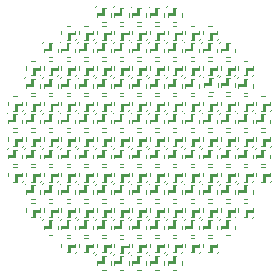
<source format=gbr>
%TF.GenerationSoftware,KiCad,Pcbnew,8.0.2-1*%
%TF.CreationDate,2025-01-26T22:20:59-08:00*%
%TF.ProjectId,Small_Pendant,536d616c-6c5f-4506-956e-64616e742e6b,rev?*%
%TF.SameCoordinates,Original*%
%TF.FileFunction,Legend,Top*%
%TF.FilePolarity,Positive*%
%FSLAX46Y46*%
G04 Gerber Fmt 4.6, Leading zero omitted, Abs format (unit mm)*
G04 Created by KiCad (PCBNEW 8.0.2-1) date 2025-01-26 22:20:59*
%MOMM*%
%LPD*%
G01*
G04 APERTURE LIST*
%ADD10C,0.050000*%
G04 APERTURE END LIST*
D10*
%TO.C,D135*%
X46400000Y-54350000D02*
X46400000Y-54650000D01*
X46850000Y-53900000D02*
X47150000Y-53900000D01*
X46850000Y-55100000D02*
X47150000Y-55100000D01*
X47150000Y-53900000D02*
X47150000Y-53900000D01*
X47600000Y-54650000D02*
X47600000Y-54350000D01*
X46300000Y-53900000D02*
G75*
G02*
X46400000Y-53800000I99999J1D01*
G01*
X47000000Y-54500000D02*
X46400000Y-54500000D01*
X46400000Y-54350000D01*
X46850000Y-54350000D01*
X46850000Y-53900000D01*
X47000000Y-53900000D01*
X47000000Y-54500000D01*
G36*
X47000000Y-54500000D02*
G01*
X46400000Y-54500000D01*
X46400000Y-54350000D01*
X46850000Y-54350000D01*
X46850000Y-53900000D01*
X47000000Y-53900000D01*
X47000000Y-54500000D01*
G37*
%TO.C,D14*%
X55400000Y-40850000D02*
X55400000Y-41150000D01*
X55850000Y-41600000D02*
X55850000Y-41600000D01*
X56150000Y-40400000D02*
X55850000Y-40400000D01*
X56150000Y-41600000D02*
X55850000Y-41600000D01*
X56600000Y-41150000D02*
X56600000Y-40850000D01*
X56700000Y-41600000D02*
G75*
G02*
X56600000Y-41700000I-99999J-1D01*
G01*
X56600000Y-41150000D02*
X56150000Y-41150000D01*
X56150000Y-41600000D01*
X56000000Y-41600000D01*
X56000000Y-41000000D01*
X56600000Y-41000000D01*
X56600000Y-41150000D01*
G36*
X56600000Y-41150000D02*
G01*
X56150000Y-41150000D01*
X56150000Y-41600000D01*
X56000000Y-41600000D01*
X56000000Y-41000000D01*
X56600000Y-41000000D01*
X56600000Y-41150000D01*
G37*
%TO.C,D115*%
X43400000Y-52850000D02*
X43400000Y-53150000D01*
X43850000Y-53600000D02*
X43850000Y-53600000D01*
X44150000Y-52400000D02*
X43850000Y-52400000D01*
X44150000Y-53600000D02*
X43850000Y-53600000D01*
X44600000Y-53150000D02*
X44600000Y-52850000D01*
X44700000Y-53600000D02*
G75*
G02*
X44600000Y-53700000I-99999J-1D01*
G01*
X44600000Y-53150000D02*
X44150000Y-53150000D01*
X44150000Y-53600000D01*
X44000000Y-53600000D01*
X44000000Y-53000000D01*
X44600000Y-53000000D01*
X44600000Y-53150000D01*
G36*
X44600000Y-53150000D02*
G01*
X44150000Y-53150000D01*
X44150000Y-53600000D01*
X44000000Y-53600000D01*
X44000000Y-53000000D01*
X44600000Y-53000000D01*
X44600000Y-53150000D01*
G37*
%TO.C,D152*%
X58400000Y-55850000D02*
X58400000Y-56150000D01*
X58850000Y-56600000D02*
X58850000Y-56600000D01*
X59150000Y-55400000D02*
X58850000Y-55400000D01*
X59150000Y-56600000D02*
X58850000Y-56600000D01*
X59600000Y-56150000D02*
X59600000Y-55850000D01*
X59700000Y-56600000D02*
G75*
G02*
X59600000Y-56700000I-99999J-1D01*
G01*
X59600000Y-56150000D02*
X59150000Y-56150000D01*
X59150000Y-56600000D01*
X59000000Y-56600000D01*
X59000000Y-56000000D01*
X59600000Y-56000000D01*
X59600000Y-56150000D01*
G36*
X59600000Y-56150000D02*
G01*
X59150000Y-56150000D01*
X59150000Y-56600000D01*
X59000000Y-56600000D01*
X59000000Y-56000000D01*
X59600000Y-56000000D01*
X59600000Y-56150000D01*
G37*
%TO.C,D171*%
X53900000Y-58850000D02*
X53900000Y-59150000D01*
X54350000Y-59600000D02*
X54350000Y-59600000D01*
X54650000Y-58400000D02*
X54350000Y-58400000D01*
X54650000Y-59600000D02*
X54350000Y-59600000D01*
X55100000Y-59150000D02*
X55100000Y-58850000D01*
X55200000Y-59600000D02*
G75*
G02*
X55100000Y-59700000I-99999J-1D01*
G01*
X55100000Y-59150000D02*
X54650000Y-59150000D01*
X54650000Y-59600000D01*
X54500000Y-59600000D01*
X54500000Y-59000000D01*
X55100000Y-59000000D01*
X55100000Y-59150000D01*
G36*
X55100000Y-59150000D02*
G01*
X54650000Y-59150000D01*
X54650000Y-59600000D01*
X54500000Y-59600000D01*
X54500000Y-59000000D01*
X55100000Y-59000000D01*
X55100000Y-59150000D01*
G37*
%TO.C,D50*%
X41900000Y-45350000D02*
X41900000Y-45650000D01*
X42350000Y-44900000D02*
X42650000Y-44900000D01*
X42350000Y-46100000D02*
X42650000Y-46100000D01*
X42650000Y-44900000D02*
X42650000Y-44900000D01*
X43100000Y-45650000D02*
X43100000Y-45350000D01*
X41800000Y-44900000D02*
G75*
G02*
X41900000Y-44800000I99999J1D01*
G01*
X42500000Y-45500000D02*
X41900000Y-45500000D01*
X41900000Y-45350000D01*
X42350000Y-45350000D01*
X42350000Y-44900000D01*
X42500000Y-44900000D01*
X42500000Y-45500000D01*
G36*
X42500000Y-45500000D02*
G01*
X41900000Y-45500000D01*
X41900000Y-45350000D01*
X42350000Y-45350000D01*
X42350000Y-44900000D01*
X42500000Y-44900000D01*
X42500000Y-45500000D01*
G37*
%TO.C,D138*%
X41900000Y-54350000D02*
X41900000Y-54650000D01*
X42350000Y-53900000D02*
X42650000Y-53900000D01*
X42350000Y-55100000D02*
X42650000Y-55100000D01*
X42650000Y-53900000D02*
X42650000Y-53900000D01*
X43100000Y-54650000D02*
X43100000Y-54350000D01*
X41800000Y-53900000D02*
G75*
G02*
X41900000Y-53800000I99999J1D01*
G01*
X42500000Y-54500000D02*
X41900000Y-54500000D01*
X41900000Y-54350000D01*
X42350000Y-54350000D01*
X42350000Y-53900000D01*
X42500000Y-53900000D01*
X42500000Y-54500000D01*
G36*
X42500000Y-54500000D02*
G01*
X41900000Y-54500000D01*
X41900000Y-54350000D01*
X42350000Y-54350000D01*
X42350000Y-53900000D01*
X42500000Y-53900000D01*
X42500000Y-54500000D01*
G37*
%TO.C,D98*%
X58400000Y-51350000D02*
X58400000Y-51650000D01*
X58850000Y-50900000D02*
X59150000Y-50900000D01*
X58850000Y-52100000D02*
X59150000Y-52100000D01*
X59150000Y-50900000D02*
X59150000Y-50900000D01*
X59600000Y-51650000D02*
X59600000Y-51350000D01*
X58300000Y-50900000D02*
G75*
G02*
X58400000Y-50800000I99999J1D01*
G01*
X59000000Y-51500000D02*
X58400000Y-51500000D01*
X58400000Y-51350000D01*
X58850000Y-51350000D01*
X58850000Y-50900000D01*
X59000000Y-50900000D01*
X59000000Y-51500000D01*
G36*
X59000000Y-51500000D02*
G01*
X58400000Y-51500000D01*
X58400000Y-51350000D01*
X58850000Y-51350000D01*
X58850000Y-50900000D01*
X59000000Y-50900000D01*
X59000000Y-51500000D01*
G37*
%TO.C,D87*%
X46400000Y-49850000D02*
X46400000Y-50150000D01*
X46850000Y-50600000D02*
X46850000Y-50600000D01*
X47150000Y-49400000D02*
X46850000Y-49400000D01*
X47150000Y-50600000D02*
X46850000Y-50600000D01*
X47600000Y-50150000D02*
X47600000Y-49850000D01*
X47700000Y-50600000D02*
G75*
G02*
X47600000Y-50700000I-99999J-1D01*
G01*
X47600000Y-50150000D02*
X47150000Y-50150000D01*
X47150000Y-50600000D01*
X47000000Y-50600000D01*
X47000000Y-50000000D01*
X47600000Y-50000000D01*
X47600000Y-50150000D01*
G36*
X47600000Y-50150000D02*
G01*
X47150000Y-50150000D01*
X47150000Y-50600000D01*
X47000000Y-50600000D01*
X47000000Y-50000000D01*
X47600000Y-50000000D01*
X47600000Y-50150000D01*
G37*
%TO.C,D174*%
X50900000Y-60350000D02*
X50900000Y-60650000D01*
X51350000Y-59900000D02*
X51650000Y-59900000D01*
X51350000Y-61100000D02*
X51650000Y-61100000D01*
X51650000Y-59900000D02*
X51650000Y-59900000D01*
X52100000Y-60650000D02*
X52100000Y-60350000D01*
X50800000Y-59900000D02*
G75*
G02*
X50900000Y-59800000I99999J1D01*
G01*
X51500000Y-60500000D02*
X50900000Y-60500000D01*
X50900000Y-60350000D01*
X51350000Y-60350000D01*
X51350000Y-59900000D01*
X51500000Y-59900000D01*
X51500000Y-60500000D01*
G36*
X51500000Y-60500000D02*
G01*
X50900000Y-60500000D01*
X50900000Y-60350000D01*
X51350000Y-60350000D01*
X51350000Y-59900000D01*
X51500000Y-59900000D01*
X51500000Y-60500000D01*
G37*
%TO.C,D176*%
X47900000Y-60350000D02*
X47900000Y-60650000D01*
X48350000Y-59900000D02*
X48650000Y-59900000D01*
X48350000Y-61100000D02*
X48650000Y-61100000D01*
X48650000Y-59900000D02*
X48650000Y-59900000D01*
X49100000Y-60650000D02*
X49100000Y-60350000D01*
X47800000Y-59900000D02*
G75*
G02*
X47900000Y-59800000I99999J1D01*
G01*
X48500000Y-60500000D02*
X47900000Y-60500000D01*
X47900000Y-60350000D01*
X48350000Y-60350000D01*
X48350000Y-59900000D01*
X48500000Y-59900000D01*
X48500000Y-60500000D01*
G36*
X48500000Y-60500000D02*
G01*
X47900000Y-60500000D01*
X47900000Y-60350000D01*
X48350000Y-60350000D01*
X48350000Y-59900000D01*
X48500000Y-59900000D01*
X48500000Y-60500000D01*
G37*
%TO.C,D29*%
X44900000Y-43850000D02*
X44900000Y-44150000D01*
X45350000Y-44600000D02*
X45350000Y-44600000D01*
X45650000Y-43400000D02*
X45350000Y-43400000D01*
X45650000Y-44600000D02*
X45350000Y-44600000D01*
X46100000Y-44150000D02*
X46100000Y-43850000D01*
X46200000Y-44600000D02*
G75*
G02*
X46100000Y-44700000I-99999J-1D01*
G01*
X46100000Y-44150000D02*
X45650000Y-44150000D01*
X45650000Y-44600000D01*
X45500000Y-44600000D01*
X45500000Y-44000000D01*
X46100000Y-44000000D01*
X46100000Y-44150000D01*
G36*
X46100000Y-44150000D02*
G01*
X45650000Y-44150000D01*
X45650000Y-44600000D01*
X45500000Y-44600000D01*
X45500000Y-44000000D01*
X46100000Y-44000000D01*
X46100000Y-44150000D01*
G37*
%TO.C,D34*%
X52400000Y-43850000D02*
X52400000Y-44150000D01*
X52850000Y-44600000D02*
X52850000Y-44600000D01*
X53150000Y-43400000D02*
X52850000Y-43400000D01*
X53150000Y-44600000D02*
X52850000Y-44600000D01*
X53600000Y-44150000D02*
X53600000Y-43850000D01*
X53700000Y-44600000D02*
G75*
G02*
X53600000Y-44700000I-99999J-1D01*
G01*
X53600000Y-44150000D02*
X53150000Y-44150000D01*
X53150000Y-44600000D01*
X53000000Y-44600000D01*
X53000000Y-44000000D01*
X53600000Y-44000000D01*
X53600000Y-44150000D01*
G36*
X53600000Y-44150000D02*
G01*
X53150000Y-44150000D01*
X53150000Y-44600000D01*
X53000000Y-44600000D01*
X53000000Y-44000000D01*
X53600000Y-44000000D01*
X53600000Y-44150000D01*
G37*
%TO.C,D79*%
X41900000Y-48350000D02*
X41900000Y-48650000D01*
X42350000Y-47900000D02*
X42650000Y-47900000D01*
X42350000Y-49100000D02*
X42650000Y-49100000D01*
X42650000Y-47900000D02*
X42650000Y-47900000D01*
X43100000Y-48650000D02*
X43100000Y-48350000D01*
X41800000Y-47900000D02*
G75*
G02*
X41900000Y-47800000I99999J1D01*
G01*
X42500000Y-48500000D02*
X41900000Y-48500000D01*
X41900000Y-48350000D01*
X42350000Y-48350000D01*
X42350000Y-47900000D01*
X42500000Y-47900000D01*
X42500000Y-48500000D01*
G36*
X42500000Y-48500000D02*
G01*
X41900000Y-48500000D01*
X41900000Y-48350000D01*
X42350000Y-48350000D01*
X42350000Y-47900000D01*
X42500000Y-47900000D01*
X42500000Y-48500000D01*
G37*
%TO.C,D159*%
X47900000Y-57350000D02*
X47900000Y-57650000D01*
X48350000Y-56900000D02*
X48650000Y-56900000D01*
X48350000Y-58100000D02*
X48650000Y-58100000D01*
X48650000Y-56900000D02*
X48650000Y-56900000D01*
X49100000Y-57650000D02*
X49100000Y-57350000D01*
X47800000Y-56900000D02*
G75*
G02*
X47900000Y-56800000I99999J1D01*
G01*
X48500000Y-57500000D02*
X47900000Y-57500000D01*
X47900000Y-57350000D01*
X48350000Y-57350000D01*
X48350000Y-56900000D01*
X48500000Y-56900000D01*
X48500000Y-57500000D01*
G36*
X48500000Y-57500000D02*
G01*
X47900000Y-57500000D01*
X47900000Y-57350000D01*
X48350000Y-57350000D01*
X48350000Y-56900000D01*
X48500000Y-56900000D01*
X48500000Y-57500000D01*
G37*
%TO.C,D124*%
X56900000Y-52850000D02*
X56900000Y-53150000D01*
X57350000Y-53600000D02*
X57350000Y-53600000D01*
X57650000Y-52400000D02*
X57350000Y-52400000D01*
X57650000Y-53600000D02*
X57350000Y-53600000D01*
X58100000Y-53150000D02*
X58100000Y-52850000D01*
X58200000Y-53600000D02*
G75*
G02*
X58100000Y-53700000I-99999J-1D01*
G01*
X58100000Y-53150000D02*
X57650000Y-53150000D01*
X57650000Y-53600000D01*
X57500000Y-53600000D01*
X57500000Y-53000000D01*
X58100000Y-53000000D01*
X58100000Y-53150000D01*
G36*
X58100000Y-53150000D02*
G01*
X57650000Y-53150000D01*
X57650000Y-53600000D01*
X57500000Y-53600000D01*
X57500000Y-53000000D01*
X58100000Y-53000000D01*
X58100000Y-53150000D01*
G37*
%TO.C,D95*%
X58400000Y-49850000D02*
X58400000Y-50150000D01*
X58850000Y-50600000D02*
X58850000Y-50600000D01*
X59150000Y-49400000D02*
X58850000Y-49400000D01*
X59150000Y-50600000D02*
X58850000Y-50600000D01*
X59600000Y-50150000D02*
X59600000Y-49850000D01*
X59700000Y-50600000D02*
G75*
G02*
X59600000Y-50700000I-99999J-1D01*
G01*
X59600000Y-50150000D02*
X59150000Y-50150000D01*
X59150000Y-50600000D01*
X59000000Y-50600000D01*
X59000000Y-50000000D01*
X59600000Y-50000000D01*
X59600000Y-50150000D01*
G36*
X59600000Y-50150000D02*
G01*
X59150000Y-50150000D01*
X59150000Y-50600000D01*
X59000000Y-50600000D01*
X59000000Y-50000000D01*
X59600000Y-50000000D01*
X59600000Y-50150000D01*
G37*
%TO.C,D28*%
X43400000Y-43850000D02*
X43400000Y-44150000D01*
X43850000Y-44600000D02*
X43850000Y-44600000D01*
X44150000Y-43400000D02*
X43850000Y-43400000D01*
X44150000Y-44600000D02*
X43850000Y-44600000D01*
X44600000Y-44150000D02*
X44600000Y-43850000D01*
X44700000Y-44600000D02*
G75*
G02*
X44600000Y-44700000I-99999J-1D01*
G01*
X44600000Y-44150000D02*
X44150000Y-44150000D01*
X44150000Y-44600000D01*
X44000000Y-44600000D01*
X44000000Y-44000000D01*
X44600000Y-44000000D01*
X44600000Y-44150000D01*
G36*
X44600000Y-44150000D02*
G01*
X44150000Y-44150000D01*
X44150000Y-44600000D01*
X44000000Y-44600000D01*
X44000000Y-44000000D01*
X44600000Y-44000000D01*
X44600000Y-44150000D01*
G37*
%TO.C,D85*%
X43400000Y-49850000D02*
X43400000Y-50150000D01*
X43850000Y-50600000D02*
X43850000Y-50600000D01*
X44150000Y-49400000D02*
X43850000Y-49400000D01*
X44150000Y-50600000D02*
X43850000Y-50600000D01*
X44600000Y-50150000D02*
X44600000Y-49850000D01*
X44700000Y-50600000D02*
G75*
G02*
X44600000Y-50700000I-99999J-1D01*
G01*
X44600000Y-50150000D02*
X44150000Y-50150000D01*
X44150000Y-50600000D01*
X44000000Y-50600000D01*
X44000000Y-50000000D01*
X44600000Y-50000000D01*
X44600000Y-50150000D01*
G36*
X44600000Y-50150000D02*
G01*
X44150000Y-50150000D01*
X44150000Y-50600000D01*
X44000000Y-50600000D01*
X44000000Y-50000000D01*
X44600000Y-50000000D01*
X44600000Y-50150000D01*
G37*
%TO.C,D38*%
X58400000Y-43850000D02*
X58400000Y-44150000D01*
X58850000Y-44600000D02*
X58850000Y-44600000D01*
X59150000Y-43400000D02*
X58850000Y-43400000D01*
X59150000Y-44600000D02*
X58850000Y-44600000D01*
X59600000Y-44150000D02*
X59600000Y-43850000D01*
X59700000Y-44600000D02*
G75*
G02*
X59600000Y-44700000I-99999J-1D01*
G01*
X59600000Y-44150000D02*
X59150000Y-44150000D01*
X59150000Y-44600000D01*
X59000000Y-44600000D01*
X59000000Y-44000000D01*
X59600000Y-44000000D01*
X59600000Y-44150000D01*
G36*
X59600000Y-44150000D02*
G01*
X59150000Y-44150000D01*
X59150000Y-44600000D01*
X59000000Y-44600000D01*
X59000000Y-44000000D01*
X59600000Y-44000000D01*
X59600000Y-44150000D01*
G37*
%TO.C,D88*%
X47900000Y-49850000D02*
X47900000Y-50150000D01*
X48350000Y-50600000D02*
X48350000Y-50600000D01*
X48650000Y-49400000D02*
X48350000Y-49400000D01*
X48650000Y-50600000D02*
X48350000Y-50600000D01*
X49100000Y-50150000D02*
X49100000Y-49850000D01*
X49200000Y-50600000D02*
G75*
G02*
X49100000Y-50700000I-99999J-1D01*
G01*
X49100000Y-50150000D02*
X48650000Y-50150000D01*
X48650000Y-50600000D01*
X48500000Y-50600000D01*
X48500000Y-50000000D01*
X49100000Y-50000000D01*
X49100000Y-50150000D01*
G36*
X49100000Y-50150000D02*
G01*
X48650000Y-50150000D01*
X48650000Y-50600000D01*
X48500000Y-50600000D01*
X48500000Y-50000000D01*
X49100000Y-50000000D01*
X49100000Y-50150000D01*
G37*
%TO.C,D77*%
X44900000Y-48350000D02*
X44900000Y-48650000D01*
X45350000Y-47900000D02*
X45650000Y-47900000D01*
X45350000Y-49100000D02*
X45650000Y-49100000D01*
X45650000Y-47900000D02*
X45650000Y-47900000D01*
X46100000Y-48650000D02*
X46100000Y-48350000D01*
X44800000Y-47900000D02*
G75*
G02*
X44900000Y-47800000I99999J1D01*
G01*
X45500000Y-48500000D02*
X44900000Y-48500000D01*
X44900000Y-48350000D01*
X45350000Y-48350000D01*
X45350000Y-47900000D01*
X45500000Y-47900000D01*
X45500000Y-48500000D01*
G36*
X45500000Y-48500000D02*
G01*
X44900000Y-48500000D01*
X44900000Y-48350000D01*
X45350000Y-48350000D01*
X45350000Y-47900000D01*
X45500000Y-47900000D01*
X45500000Y-48500000D01*
G37*
%TO.C,D155*%
X53900000Y-57350000D02*
X53900000Y-57650000D01*
X54350000Y-56900000D02*
X54650000Y-56900000D01*
X54350000Y-58100000D02*
X54650000Y-58100000D01*
X54650000Y-56900000D02*
X54650000Y-56900000D01*
X55100000Y-57650000D02*
X55100000Y-57350000D01*
X53800000Y-56900000D02*
G75*
G02*
X53900000Y-56800000I99999J1D01*
G01*
X54500000Y-57500000D02*
X53900000Y-57500000D01*
X53900000Y-57350000D01*
X54350000Y-57350000D01*
X54350000Y-56900000D01*
X54500000Y-56900000D01*
X54500000Y-57500000D01*
G36*
X54500000Y-57500000D02*
G01*
X53900000Y-57500000D01*
X53900000Y-57350000D01*
X54350000Y-57350000D01*
X54350000Y-56900000D01*
X54500000Y-56900000D01*
X54500000Y-57500000D01*
G37*
%TO.C,D30*%
X46400000Y-43850000D02*
X46400000Y-44150000D01*
X46850000Y-44600000D02*
X46850000Y-44600000D01*
X47150000Y-43400000D02*
X46850000Y-43400000D01*
X47150000Y-44600000D02*
X46850000Y-44600000D01*
X47600000Y-44150000D02*
X47600000Y-43850000D01*
X47700000Y-44600000D02*
G75*
G02*
X47600000Y-44700000I-99999J-1D01*
G01*
X47600000Y-44150000D02*
X47150000Y-44150000D01*
X47150000Y-44600000D01*
X47000000Y-44600000D01*
X47000000Y-44000000D01*
X47600000Y-44000000D01*
X47600000Y-44150000D01*
G36*
X47600000Y-44150000D02*
G01*
X47150000Y-44150000D01*
X47150000Y-44600000D01*
X47000000Y-44600000D01*
X47000000Y-44000000D01*
X47600000Y-44000000D01*
X47600000Y-44150000D01*
G37*
%TO.C,D63*%
X55400000Y-46850000D02*
X55400000Y-47150000D01*
X55850000Y-47600000D02*
X55850000Y-47600000D01*
X56150000Y-46400000D02*
X55850000Y-46400000D01*
X56150000Y-47600000D02*
X55850000Y-47600000D01*
X56600000Y-47150000D02*
X56600000Y-46850000D01*
X56700000Y-47600000D02*
G75*
G02*
X56600000Y-47700000I-99999J-1D01*
G01*
X56600000Y-47150000D02*
X56150000Y-47150000D01*
X56150000Y-47600000D01*
X56000000Y-47600000D01*
X56000000Y-47000000D01*
X56600000Y-47000000D01*
X56600000Y-47150000D01*
G36*
X56600000Y-47150000D02*
G01*
X56150000Y-47150000D01*
X56150000Y-47600000D01*
X56000000Y-47600000D01*
X56000000Y-47000000D01*
X56600000Y-47000000D01*
X56600000Y-47150000D01*
G37*
%TO.C,D58*%
X47900000Y-46850000D02*
X47900000Y-47150000D01*
X48350000Y-47600000D02*
X48350000Y-47600000D01*
X48650000Y-46400000D02*
X48350000Y-46400000D01*
X48650000Y-47600000D02*
X48350000Y-47600000D01*
X49100000Y-47150000D02*
X49100000Y-46850000D01*
X49200000Y-47600000D02*
G75*
G02*
X49100000Y-47700000I-99999J-1D01*
G01*
X49100000Y-47150000D02*
X48650000Y-47150000D01*
X48650000Y-47600000D01*
X48500000Y-47600000D01*
X48500000Y-47000000D01*
X49100000Y-47000000D01*
X49100000Y-47150000D01*
G36*
X49100000Y-47150000D02*
G01*
X48650000Y-47150000D01*
X48650000Y-47600000D01*
X48500000Y-47600000D01*
X48500000Y-47000000D01*
X49100000Y-47000000D01*
X49100000Y-47150000D01*
G37*
%TO.C,D15*%
X56900000Y-42350000D02*
X56900000Y-42650000D01*
X57350000Y-41900000D02*
X57650000Y-41900000D01*
X57350000Y-43100000D02*
X57650000Y-43100000D01*
X57650000Y-41900000D02*
X57650000Y-41900000D01*
X58100000Y-42650000D02*
X58100000Y-42350000D01*
X56800000Y-41900000D02*
G75*
G02*
X56900000Y-41800000I99999J1D01*
G01*
X57500000Y-42500000D02*
X56900000Y-42500000D01*
X56900000Y-42350000D01*
X57350000Y-42350000D01*
X57350000Y-41900000D01*
X57500000Y-41900000D01*
X57500000Y-42500000D01*
G36*
X57500000Y-42500000D02*
G01*
X56900000Y-42500000D01*
X56900000Y-42350000D01*
X57350000Y-42350000D01*
X57350000Y-41900000D01*
X57500000Y-41900000D01*
X57500000Y-42500000D01*
G37*
%TO.C,D53*%
X40400000Y-46850000D02*
X40400000Y-47150000D01*
X40850000Y-47600000D02*
X40850000Y-47600000D01*
X41150000Y-46400000D02*
X40850000Y-46400000D01*
X41150000Y-47600000D02*
X40850000Y-47600000D01*
X41600000Y-47150000D02*
X41600000Y-46850000D01*
X41700000Y-47600000D02*
G75*
G02*
X41600000Y-47700000I-99999J-1D01*
G01*
X41600000Y-47150000D02*
X41150000Y-47150000D01*
X41150000Y-47600000D01*
X41000000Y-47600000D01*
X41000000Y-47000000D01*
X41600000Y-47000000D01*
X41600000Y-47150000D01*
G36*
X41600000Y-47150000D02*
G01*
X41150000Y-47150000D01*
X41150000Y-47600000D01*
X41000000Y-47600000D01*
X41000000Y-47000000D01*
X41600000Y-47000000D01*
X41600000Y-47150000D01*
G37*
%TO.C,D157*%
X50900000Y-57350000D02*
X50900000Y-57650000D01*
X51350000Y-56900000D02*
X51650000Y-56900000D01*
X51350000Y-58100000D02*
X51650000Y-58100000D01*
X51650000Y-56900000D02*
X51650000Y-56900000D01*
X52100000Y-57650000D02*
X52100000Y-57350000D01*
X50800000Y-56900000D02*
G75*
G02*
X50900000Y-56800000I99999J1D01*
G01*
X51500000Y-57500000D02*
X50900000Y-57500000D01*
X50900000Y-57350000D01*
X51350000Y-57350000D01*
X51350000Y-56900000D01*
X51500000Y-56900000D01*
X51500000Y-57500000D01*
G36*
X51500000Y-57500000D02*
G01*
X50900000Y-57500000D01*
X50900000Y-57350000D01*
X51350000Y-57350000D01*
X51350000Y-56900000D01*
X51500000Y-56900000D01*
X51500000Y-57500000D01*
G37*
%TO.C,D9*%
X47900000Y-40850000D02*
X47900000Y-41150000D01*
X48350000Y-41600000D02*
X48350000Y-41600000D01*
X48650000Y-40400000D02*
X48350000Y-40400000D01*
X48650000Y-41600000D02*
X48350000Y-41600000D01*
X49100000Y-41150000D02*
X49100000Y-40850000D01*
X49200000Y-41600000D02*
G75*
G02*
X49100000Y-41700000I-99999J-1D01*
G01*
X49100000Y-41150000D02*
X48650000Y-41150000D01*
X48650000Y-41600000D01*
X48500000Y-41600000D01*
X48500000Y-41000000D01*
X49100000Y-41000000D01*
X49100000Y-41150000D01*
G36*
X49100000Y-41150000D02*
G01*
X48650000Y-41150000D01*
X48650000Y-41600000D01*
X48500000Y-41600000D01*
X48500000Y-41000000D01*
X49100000Y-41000000D01*
X49100000Y-41150000D01*
G37*
%TO.C,D145*%
X47900000Y-55850000D02*
X47900000Y-56150000D01*
X48350000Y-56600000D02*
X48350000Y-56600000D01*
X48650000Y-55400000D02*
X48350000Y-55400000D01*
X48650000Y-56600000D02*
X48350000Y-56600000D01*
X49100000Y-56150000D02*
X49100000Y-55850000D01*
X49200000Y-56600000D02*
G75*
G02*
X49100000Y-56700000I-99999J-1D01*
G01*
X49100000Y-56150000D02*
X48650000Y-56150000D01*
X48650000Y-56600000D01*
X48500000Y-56600000D01*
X48500000Y-56000000D01*
X49100000Y-56000000D01*
X49100000Y-56150000D01*
G36*
X49100000Y-56150000D02*
G01*
X48650000Y-56150000D01*
X48650000Y-56600000D01*
X48500000Y-56600000D01*
X48500000Y-56000000D01*
X49100000Y-56000000D01*
X49100000Y-56150000D01*
G37*
%TO.C,D86*%
X44900000Y-49850000D02*
X44900000Y-50150000D01*
X45350000Y-50600000D02*
X45350000Y-50600000D01*
X45650000Y-49400000D02*
X45350000Y-49400000D01*
X45650000Y-50600000D02*
X45350000Y-50600000D01*
X46100000Y-50150000D02*
X46100000Y-49850000D01*
X46200000Y-50600000D02*
G75*
G02*
X46100000Y-50700000I-99999J-1D01*
G01*
X46100000Y-50150000D02*
X45650000Y-50150000D01*
X45650000Y-50600000D01*
X45500000Y-50600000D01*
X45500000Y-50000000D01*
X46100000Y-50000000D01*
X46100000Y-50150000D01*
G36*
X46100000Y-50150000D02*
G01*
X45650000Y-50150000D01*
X45650000Y-50600000D01*
X45500000Y-50600000D01*
X45500000Y-50000000D01*
X46100000Y-50000000D01*
X46100000Y-50150000D01*
G37*
%TO.C,D66*%
X59900000Y-46850000D02*
X59900000Y-47150000D01*
X60350000Y-47600000D02*
X60350000Y-47600000D01*
X60650000Y-46400000D02*
X60350000Y-46400000D01*
X60650000Y-47600000D02*
X60350000Y-47600000D01*
X61100000Y-47150000D02*
X61100000Y-46850000D01*
X61200000Y-47600000D02*
G75*
G02*
X61100000Y-47700000I-99999J-1D01*
G01*
X61100000Y-47150000D02*
X60650000Y-47150000D01*
X60650000Y-47600000D01*
X60500000Y-47600000D01*
X60500000Y-47000000D01*
X61100000Y-47000000D01*
X61100000Y-47150000D01*
G36*
X61100000Y-47150000D02*
G01*
X60650000Y-47150000D01*
X60650000Y-47600000D01*
X60500000Y-47600000D01*
X60500000Y-47000000D01*
X61100000Y-47000000D01*
X61100000Y-47150000D01*
G37*
%TO.C,D83*%
X40400000Y-49850000D02*
X40400000Y-50150000D01*
X40850000Y-50600000D02*
X40850000Y-50600000D01*
X41150000Y-49400000D02*
X40850000Y-49400000D01*
X41150000Y-50600000D02*
X40850000Y-50600000D01*
X41600000Y-50150000D02*
X41600000Y-49850000D01*
X41700000Y-50600000D02*
G75*
G02*
X41600000Y-50700000I-99999J-1D01*
G01*
X41600000Y-50150000D02*
X41150000Y-50150000D01*
X41150000Y-50600000D01*
X41000000Y-50600000D01*
X41000000Y-50000000D01*
X41600000Y-50000000D01*
X41600000Y-50150000D01*
G36*
X41600000Y-50150000D02*
G01*
X41150000Y-50150000D01*
X41150000Y-50600000D01*
X41000000Y-50600000D01*
X41000000Y-50000000D01*
X41600000Y-50000000D01*
X41600000Y-50150000D01*
G37*
%TO.C,D32*%
X49400000Y-43850000D02*
X49400000Y-44150000D01*
X49850000Y-44600000D02*
X49850000Y-44600000D01*
X50150000Y-43400000D02*
X49850000Y-43400000D01*
X50150000Y-44600000D02*
X49850000Y-44600000D01*
X50600000Y-44150000D02*
X50600000Y-43850000D01*
X50700000Y-44600000D02*
G75*
G02*
X50600000Y-44700000I-99999J-1D01*
G01*
X50600000Y-44150000D02*
X50150000Y-44150000D01*
X50150000Y-44600000D01*
X50000000Y-44600000D01*
X50000000Y-44000000D01*
X50600000Y-44000000D01*
X50600000Y-44150000D01*
G36*
X50600000Y-44150000D02*
G01*
X50150000Y-44150000D01*
X50150000Y-44600000D01*
X50000000Y-44600000D01*
X50000000Y-44000000D01*
X50600000Y-44000000D01*
X50600000Y-44150000D01*
G37*
%TO.C,D104*%
X49400000Y-51350000D02*
X49400000Y-51650000D01*
X49850000Y-50900000D02*
X50150000Y-50900000D01*
X49850000Y-52100000D02*
X50150000Y-52100000D01*
X50150000Y-50900000D02*
X50150000Y-50900000D01*
X50600000Y-51650000D02*
X50600000Y-51350000D01*
X49300000Y-50900000D02*
G75*
G02*
X49400000Y-50800000I99999J1D01*
G01*
X50000000Y-51500000D02*
X49400000Y-51500000D01*
X49400000Y-51350000D01*
X49850000Y-51350000D01*
X49850000Y-50900000D01*
X50000000Y-50900000D01*
X50000000Y-51500000D01*
G36*
X50000000Y-51500000D02*
G01*
X49400000Y-51500000D01*
X49400000Y-51350000D01*
X49850000Y-51350000D01*
X49850000Y-50900000D01*
X50000000Y-50900000D01*
X50000000Y-51500000D01*
G37*
%TO.C,D112*%
X38900000Y-52850000D02*
X38900000Y-53150000D01*
X39350000Y-53600000D02*
X39350000Y-53600000D01*
X39650000Y-52400000D02*
X39350000Y-52400000D01*
X39650000Y-53600000D02*
X39350000Y-53600000D01*
X40100000Y-53150000D02*
X40100000Y-52850000D01*
X40200000Y-53600000D02*
G75*
G02*
X40100000Y-53700000I-99999J-1D01*
G01*
X40100000Y-53150000D02*
X39650000Y-53150000D01*
X39650000Y-53600000D01*
X39500000Y-53600000D01*
X39500000Y-53000000D01*
X40100000Y-53000000D01*
X40100000Y-53150000D01*
G36*
X40100000Y-53150000D02*
G01*
X39650000Y-53150000D01*
X39650000Y-53600000D01*
X39500000Y-53600000D01*
X39500000Y-53000000D01*
X40100000Y-53000000D01*
X40100000Y-53150000D01*
G37*
%TO.C,D137*%
X43400000Y-54350000D02*
X43400000Y-54650000D01*
X43850000Y-53900000D02*
X44150000Y-53900000D01*
X43850000Y-55100000D02*
X44150000Y-55100000D01*
X44150000Y-53900000D02*
X44150000Y-53900000D01*
X44600000Y-54650000D02*
X44600000Y-54350000D01*
X43300000Y-53900000D02*
G75*
G02*
X43400000Y-53800000I99999J1D01*
G01*
X44000000Y-54500000D02*
X43400000Y-54500000D01*
X43400000Y-54350000D01*
X43850000Y-54350000D01*
X43850000Y-53900000D01*
X44000000Y-53900000D01*
X44000000Y-54500000D01*
G36*
X44000000Y-54500000D02*
G01*
X43400000Y-54500000D01*
X43400000Y-54350000D01*
X43850000Y-54350000D01*
X43850000Y-53900000D01*
X44000000Y-53900000D01*
X44000000Y-54500000D01*
G37*
%TO.C,D148*%
X52400000Y-55850000D02*
X52400000Y-56150000D01*
X52850000Y-56600000D02*
X52850000Y-56600000D01*
X53150000Y-55400000D02*
X52850000Y-55400000D01*
X53150000Y-56600000D02*
X52850000Y-56600000D01*
X53600000Y-56150000D02*
X53600000Y-55850000D01*
X53700000Y-56600000D02*
G75*
G02*
X53600000Y-56700000I-99999J-1D01*
G01*
X53600000Y-56150000D02*
X53150000Y-56150000D01*
X53150000Y-56600000D01*
X53000000Y-56600000D01*
X53000000Y-56000000D01*
X53600000Y-56000000D01*
X53600000Y-56150000D01*
G36*
X53600000Y-56150000D02*
G01*
X53150000Y-56150000D01*
X53150000Y-56600000D01*
X53000000Y-56600000D01*
X53000000Y-56000000D01*
X53600000Y-56000000D01*
X53600000Y-56150000D01*
G37*
%TO.C,D67*%
X59900000Y-48350000D02*
X59900000Y-48650000D01*
X60350000Y-47900000D02*
X60650000Y-47900000D01*
X60350000Y-49100000D02*
X60650000Y-49100000D01*
X60650000Y-47900000D02*
X60650000Y-47900000D01*
X61100000Y-48650000D02*
X61100000Y-48350000D01*
X59800000Y-47900000D02*
G75*
G02*
X59900000Y-47800000I99999J1D01*
G01*
X60500000Y-48500000D02*
X59900000Y-48500000D01*
X59900000Y-48350000D01*
X60350000Y-48350000D01*
X60350000Y-47900000D01*
X60500000Y-47900000D01*
X60500000Y-48500000D01*
G36*
X60500000Y-48500000D02*
G01*
X59900000Y-48500000D01*
X59900000Y-48350000D01*
X60350000Y-48350000D01*
X60350000Y-47900000D01*
X60500000Y-47900000D01*
X60500000Y-48500000D01*
G37*
%TO.C,D111*%
X38900000Y-51350000D02*
X38900000Y-51650000D01*
X39350000Y-50900000D02*
X39650000Y-50900000D01*
X39350000Y-52100000D02*
X39650000Y-52100000D01*
X39650000Y-50900000D02*
X39650000Y-50900000D01*
X40100000Y-51650000D02*
X40100000Y-51350000D01*
X38800000Y-50900000D02*
G75*
G02*
X38900000Y-50800000I99999J1D01*
G01*
X39500000Y-51500000D02*
X38900000Y-51500000D01*
X38900000Y-51350000D01*
X39350000Y-51350000D01*
X39350000Y-50900000D01*
X39500000Y-50900000D01*
X39500000Y-51500000D01*
G36*
X39500000Y-51500000D02*
G01*
X38900000Y-51500000D01*
X38900000Y-51350000D01*
X39350000Y-51350000D01*
X39350000Y-50900000D01*
X39500000Y-50900000D01*
X39500000Y-51500000D01*
G37*
%TO.C,D108*%
X43400000Y-51350000D02*
X43400000Y-51650000D01*
X43850000Y-50900000D02*
X44150000Y-50900000D01*
X43850000Y-52100000D02*
X44150000Y-52100000D01*
X44150000Y-50900000D02*
X44150000Y-50900000D01*
X44600000Y-51650000D02*
X44600000Y-51350000D01*
X43300000Y-50900000D02*
G75*
G02*
X43400000Y-50800000I99999J1D01*
G01*
X44000000Y-51500000D02*
X43400000Y-51500000D01*
X43400000Y-51350000D01*
X43850000Y-51350000D01*
X43850000Y-50900000D01*
X44000000Y-50900000D01*
X44000000Y-51500000D01*
G36*
X44000000Y-51500000D02*
G01*
X43400000Y-51500000D01*
X43400000Y-51350000D01*
X43850000Y-51350000D01*
X43850000Y-50900000D01*
X44000000Y-50900000D01*
X44000000Y-51500000D01*
G37*
%TO.C,D8*%
X46400000Y-40850000D02*
X46400000Y-41150000D01*
X46850000Y-41600000D02*
X46850000Y-41600000D01*
X47150000Y-40400000D02*
X46850000Y-40400000D01*
X47150000Y-41600000D02*
X46850000Y-41600000D01*
X47600000Y-41150000D02*
X47600000Y-40850000D01*
X47700000Y-41600000D02*
G75*
G02*
X47600000Y-41700000I-99999J-1D01*
G01*
X47600000Y-41150000D02*
X47150000Y-41150000D01*
X47150000Y-41600000D01*
X47000000Y-41600000D01*
X47000000Y-41000000D01*
X47600000Y-41000000D01*
X47600000Y-41150000D01*
G36*
X47600000Y-41150000D02*
G01*
X47150000Y-41150000D01*
X47150000Y-41600000D01*
X47000000Y-41600000D01*
X47000000Y-41000000D01*
X47600000Y-41000000D01*
X47600000Y-41150000D01*
G37*
%TO.C,D163*%
X41900000Y-57350000D02*
X41900000Y-57650000D01*
X42350000Y-56900000D02*
X42650000Y-56900000D01*
X42350000Y-58100000D02*
X42650000Y-58100000D01*
X42650000Y-56900000D02*
X42650000Y-56900000D01*
X43100000Y-57650000D02*
X43100000Y-57350000D01*
X41800000Y-56900000D02*
G75*
G02*
X41900000Y-56800000I99999J1D01*
G01*
X42500000Y-57500000D02*
X41900000Y-57500000D01*
X41900000Y-57350000D01*
X42350000Y-57350000D01*
X42350000Y-56900000D01*
X42500000Y-56900000D01*
X42500000Y-57500000D01*
G36*
X42500000Y-57500000D02*
G01*
X41900000Y-57500000D01*
X41900000Y-57350000D01*
X42350000Y-57350000D01*
X42350000Y-56900000D01*
X42500000Y-56900000D01*
X42500000Y-57500000D01*
G37*
%TO.C,D7*%
X44900000Y-40850000D02*
X44900000Y-41150000D01*
X45350000Y-41600000D02*
X45350000Y-41600000D01*
X45650000Y-40400000D02*
X45350000Y-40400000D01*
X45650000Y-41600000D02*
X45350000Y-41600000D01*
X46100000Y-41150000D02*
X46100000Y-40850000D01*
X46200000Y-41600000D02*
G75*
G02*
X46100000Y-41700000I-99999J-1D01*
G01*
X46100000Y-41150000D02*
X45650000Y-41150000D01*
X45650000Y-41600000D01*
X45500000Y-41600000D01*
X45500000Y-41000000D01*
X46100000Y-41000000D01*
X46100000Y-41150000D01*
G36*
X46100000Y-41150000D02*
G01*
X45650000Y-41150000D01*
X45650000Y-41600000D01*
X45500000Y-41600000D01*
X45500000Y-41000000D01*
X46100000Y-41000000D01*
X46100000Y-41150000D01*
G37*
%TO.C,D31*%
X47900000Y-43850000D02*
X47900000Y-44150000D01*
X48350000Y-44600000D02*
X48350000Y-44600000D01*
X48650000Y-43400000D02*
X48350000Y-43400000D01*
X48650000Y-44600000D02*
X48350000Y-44600000D01*
X49100000Y-44150000D02*
X49100000Y-43850000D01*
X49200000Y-44600000D02*
G75*
G02*
X49100000Y-44700000I-99999J-1D01*
G01*
X49100000Y-44150000D02*
X48650000Y-44150000D01*
X48650000Y-44600000D01*
X48500000Y-44600000D01*
X48500000Y-44000000D01*
X49100000Y-44000000D01*
X49100000Y-44150000D01*
G36*
X49100000Y-44150000D02*
G01*
X48650000Y-44150000D01*
X48650000Y-44600000D01*
X48500000Y-44600000D01*
X48500000Y-44000000D01*
X49100000Y-44000000D01*
X49100000Y-44150000D01*
G37*
%TO.C,D80*%
X40400000Y-48350000D02*
X40400000Y-48650000D01*
X40850000Y-47900000D02*
X41150000Y-47900000D01*
X40850000Y-49100000D02*
X41150000Y-49100000D01*
X41150000Y-47900000D02*
X41150000Y-47900000D01*
X41600000Y-48650000D02*
X41600000Y-48350000D01*
X40300000Y-47900000D02*
G75*
G02*
X40400000Y-47800000I99999J1D01*
G01*
X41000000Y-48500000D02*
X40400000Y-48500000D01*
X40400000Y-48350000D01*
X40850000Y-48350000D01*
X40850000Y-47900000D01*
X41000000Y-47900000D01*
X41000000Y-48500000D01*
G36*
X41000000Y-48500000D02*
G01*
X40400000Y-48500000D01*
X40400000Y-48350000D01*
X40850000Y-48350000D01*
X40850000Y-47900000D01*
X41000000Y-47900000D01*
X41000000Y-48500000D01*
G37*
%TO.C,D27*%
X41900000Y-43850000D02*
X41900000Y-44150000D01*
X42350000Y-44600000D02*
X42350000Y-44600000D01*
X42650000Y-43400000D02*
X42350000Y-43400000D01*
X42650000Y-44600000D02*
X42350000Y-44600000D01*
X43100000Y-44150000D02*
X43100000Y-43850000D01*
X43200000Y-44600000D02*
G75*
G02*
X43100000Y-44700000I-99999J-1D01*
G01*
X43100000Y-44150000D02*
X42650000Y-44150000D01*
X42650000Y-44600000D01*
X42500000Y-44600000D01*
X42500000Y-44000000D01*
X43100000Y-44000000D01*
X43100000Y-44150000D01*
G36*
X43100000Y-44150000D02*
G01*
X42650000Y-44150000D01*
X42650000Y-44600000D01*
X42500000Y-44600000D01*
X42500000Y-44000000D01*
X43100000Y-44000000D01*
X43100000Y-44150000D01*
G37*
%TO.C,D36*%
X55400000Y-43850000D02*
X55400000Y-44150000D01*
X55850000Y-44600000D02*
X55850000Y-44600000D01*
X56150000Y-43400000D02*
X55850000Y-43400000D01*
X56150000Y-44600000D02*
X55850000Y-44600000D01*
X56600000Y-44150000D02*
X56600000Y-43850000D01*
X56700000Y-44600000D02*
G75*
G02*
X56600000Y-44700000I-99999J-1D01*
G01*
X56600000Y-44150000D02*
X56150000Y-44150000D01*
X56150000Y-44600000D01*
X56000000Y-44600000D01*
X56000000Y-44000000D01*
X56600000Y-44000000D01*
X56600000Y-44150000D01*
G36*
X56600000Y-44150000D02*
G01*
X56150000Y-44150000D01*
X56150000Y-44600000D01*
X56000000Y-44600000D01*
X56000000Y-44000000D01*
X56600000Y-44000000D01*
X56600000Y-44150000D01*
G37*
%TO.C,D131*%
X52400000Y-54350000D02*
X52400000Y-54650000D01*
X52850000Y-53900000D02*
X53150000Y-53900000D01*
X52850000Y-55100000D02*
X53150000Y-55100000D01*
X53150000Y-53900000D02*
X53150000Y-53900000D01*
X53600000Y-54650000D02*
X53600000Y-54350000D01*
X52300000Y-53900000D02*
G75*
G02*
X52400000Y-53800000I99999J1D01*
G01*
X53000000Y-54500000D02*
X52400000Y-54500000D01*
X52400000Y-54350000D01*
X52850000Y-54350000D01*
X52850000Y-53900000D01*
X53000000Y-53900000D01*
X53000000Y-54500000D01*
G36*
X53000000Y-54500000D02*
G01*
X52400000Y-54500000D01*
X52400000Y-54350000D01*
X52850000Y-54350000D01*
X52850000Y-53900000D01*
X53000000Y-53900000D01*
X53000000Y-54500000D01*
G37*
%TO.C,D156*%
X52400000Y-57350000D02*
X52400000Y-57650000D01*
X52850000Y-56900000D02*
X53150000Y-56900000D01*
X52850000Y-58100000D02*
X53150000Y-58100000D01*
X53150000Y-56900000D02*
X53150000Y-56900000D01*
X53600000Y-57650000D02*
X53600000Y-57350000D01*
X52300000Y-56900000D02*
G75*
G02*
X52400000Y-56800000I99999J1D01*
G01*
X53000000Y-57500000D02*
X52400000Y-57500000D01*
X52400000Y-57350000D01*
X52850000Y-57350000D01*
X52850000Y-56900000D01*
X53000000Y-56900000D01*
X53000000Y-57500000D01*
G36*
X53000000Y-57500000D02*
G01*
X52400000Y-57500000D01*
X52400000Y-57350000D01*
X52850000Y-57350000D01*
X52850000Y-56900000D01*
X53000000Y-56900000D01*
X53000000Y-57500000D01*
G37*
%TO.C,D89*%
X49400000Y-49850000D02*
X49400000Y-50150000D01*
X49850000Y-50600000D02*
X49850000Y-50600000D01*
X50150000Y-49400000D02*
X49850000Y-49400000D01*
X50150000Y-50600000D02*
X49850000Y-50600000D01*
X50600000Y-50150000D02*
X50600000Y-49850000D01*
X50700000Y-50600000D02*
G75*
G02*
X50600000Y-50700000I-99999J-1D01*
G01*
X50600000Y-50150000D02*
X50150000Y-50150000D01*
X50150000Y-50600000D01*
X50000000Y-50600000D01*
X50000000Y-50000000D01*
X50600000Y-50000000D01*
X50600000Y-50150000D01*
G36*
X50600000Y-50150000D02*
G01*
X50150000Y-50150000D01*
X50150000Y-50600000D01*
X50000000Y-50600000D01*
X50000000Y-50000000D01*
X50600000Y-50000000D01*
X50600000Y-50150000D01*
G37*
%TO.C,D5*%
X46400000Y-39350000D02*
X46400000Y-39650000D01*
X46850000Y-38900000D02*
X47150000Y-38900000D01*
X46850000Y-40100000D02*
X47150000Y-40100000D01*
X47150000Y-38900000D02*
X47150000Y-38900000D01*
X47600000Y-39650000D02*
X47600000Y-39350000D01*
X46300000Y-38900000D02*
G75*
G02*
X46400000Y-38800000I99999J1D01*
G01*
X47000000Y-39500000D02*
X46400000Y-39500000D01*
X46400000Y-39350000D01*
X46850000Y-39350000D01*
X46850000Y-38900000D01*
X47000000Y-38900000D01*
X47000000Y-39500000D01*
G36*
X47000000Y-39500000D02*
G01*
X46400000Y-39500000D01*
X46400000Y-39350000D01*
X46850000Y-39350000D01*
X46850000Y-38900000D01*
X47000000Y-38900000D01*
X47000000Y-39500000D01*
G37*
%TO.C,D177*%
X46400000Y-60350000D02*
X46400000Y-60650000D01*
X46850000Y-59900000D02*
X47150000Y-59900000D01*
X46850000Y-61100000D02*
X47150000Y-61100000D01*
X47150000Y-59900000D02*
X47150000Y-59900000D01*
X47600000Y-60650000D02*
X47600000Y-60350000D01*
X46300000Y-59900000D02*
G75*
G02*
X46400000Y-59800000I99999J1D01*
G01*
X47000000Y-60500000D02*
X46400000Y-60500000D01*
X46400000Y-60350000D01*
X46850000Y-60350000D01*
X46850000Y-59900000D01*
X47000000Y-59900000D01*
X47000000Y-60500000D01*
G36*
X47000000Y-60500000D02*
G01*
X46400000Y-60500000D01*
X46400000Y-60350000D01*
X46850000Y-60350000D01*
X46850000Y-59900000D01*
X47000000Y-59900000D01*
X47000000Y-60500000D01*
G37*
%TO.C,D116*%
X44900000Y-52850000D02*
X44900000Y-53150000D01*
X45350000Y-53600000D02*
X45350000Y-53600000D01*
X45650000Y-52400000D02*
X45350000Y-52400000D01*
X45650000Y-53600000D02*
X45350000Y-53600000D01*
X46100000Y-53150000D02*
X46100000Y-52850000D01*
X46200000Y-53600000D02*
G75*
G02*
X46100000Y-53700000I-99999J-1D01*
G01*
X46100000Y-53150000D02*
X45650000Y-53150000D01*
X45650000Y-53600000D01*
X45500000Y-53600000D01*
X45500000Y-53000000D01*
X46100000Y-53000000D01*
X46100000Y-53150000D01*
G36*
X46100000Y-53150000D02*
G01*
X45650000Y-53150000D01*
X45650000Y-53600000D01*
X45500000Y-53600000D01*
X45500000Y-53000000D01*
X46100000Y-53000000D01*
X46100000Y-53150000D01*
G37*
%TO.C,D3*%
X49400000Y-39350000D02*
X49400000Y-39650000D01*
X49850000Y-38900000D02*
X50150000Y-38900000D01*
X49850000Y-40100000D02*
X50150000Y-40100000D01*
X50150000Y-38900000D02*
X50150000Y-38900000D01*
X50600000Y-39650000D02*
X50600000Y-39350000D01*
X49300000Y-38900000D02*
G75*
G02*
X49400000Y-38800000I99999J1D01*
G01*
X50000000Y-39500000D02*
X49400000Y-39500000D01*
X49400000Y-39350000D01*
X49850000Y-39350000D01*
X49850000Y-38900000D01*
X50000000Y-38900000D01*
X50000000Y-39500000D01*
G36*
X50000000Y-39500000D02*
G01*
X49400000Y-39500000D01*
X49400000Y-39350000D01*
X49850000Y-39350000D01*
X49850000Y-38900000D01*
X50000000Y-38900000D01*
X50000000Y-39500000D01*
G37*
%TO.C,D130*%
X53900000Y-54350000D02*
X53900000Y-54650000D01*
X54350000Y-53900000D02*
X54650000Y-53900000D01*
X54350000Y-55100000D02*
X54650000Y-55100000D01*
X54650000Y-53900000D02*
X54650000Y-53900000D01*
X55100000Y-54650000D02*
X55100000Y-54350000D01*
X53800000Y-53900000D02*
G75*
G02*
X53900000Y-53800000I99999J1D01*
G01*
X54500000Y-54500000D02*
X53900000Y-54500000D01*
X53900000Y-54350000D01*
X54350000Y-54350000D01*
X54350000Y-53900000D01*
X54500000Y-53900000D01*
X54500000Y-54500000D01*
G36*
X54500000Y-54500000D02*
G01*
X53900000Y-54500000D01*
X53900000Y-54350000D01*
X54350000Y-54350000D01*
X54350000Y-53900000D01*
X54500000Y-53900000D01*
X54500000Y-54500000D01*
G37*
%TO.C,D126*%
X59900000Y-52850000D02*
X59900000Y-53150000D01*
X60350000Y-53600000D02*
X60350000Y-53600000D01*
X60650000Y-52400000D02*
X60350000Y-52400000D01*
X60650000Y-53600000D02*
X60350000Y-53600000D01*
X61100000Y-53150000D02*
X61100000Y-52850000D01*
X61200000Y-53600000D02*
G75*
G02*
X61100000Y-53700000I-99999J-1D01*
G01*
X61100000Y-53150000D02*
X60650000Y-53150000D01*
X60650000Y-53600000D01*
X60500000Y-53600000D01*
X60500000Y-53000000D01*
X61100000Y-53000000D01*
X61100000Y-53150000D01*
G36*
X61100000Y-53150000D02*
G01*
X60650000Y-53150000D01*
X60650000Y-53600000D01*
X60500000Y-53600000D01*
X60500000Y-53000000D01*
X61100000Y-53000000D01*
X61100000Y-53150000D01*
G37*
%TO.C,D140*%
X40400000Y-55850000D02*
X40400000Y-56150000D01*
X40850000Y-56600000D02*
X40850000Y-56600000D01*
X41150000Y-55400000D02*
X40850000Y-55400000D01*
X41150000Y-56600000D02*
X40850000Y-56600000D01*
X41600000Y-56150000D02*
X41600000Y-55850000D01*
X41700000Y-56600000D02*
G75*
G02*
X41600000Y-56700000I-99999J-1D01*
G01*
X41600000Y-56150000D02*
X41150000Y-56150000D01*
X41150000Y-56600000D01*
X41000000Y-56600000D01*
X41000000Y-56000000D01*
X41600000Y-56000000D01*
X41600000Y-56150000D01*
G36*
X41600000Y-56150000D02*
G01*
X41150000Y-56150000D01*
X41150000Y-56600000D01*
X41000000Y-56600000D01*
X41000000Y-56000000D01*
X41600000Y-56000000D01*
X41600000Y-56150000D01*
G37*
%TO.C,D127*%
X58400000Y-54350000D02*
X58400000Y-54650000D01*
X58850000Y-53900000D02*
X59150000Y-53900000D01*
X58850000Y-55100000D02*
X59150000Y-55100000D01*
X59150000Y-53900000D02*
X59150000Y-53900000D01*
X59600000Y-54650000D02*
X59600000Y-54350000D01*
X58300000Y-53900000D02*
G75*
G02*
X58400000Y-53800000I99999J1D01*
G01*
X59000000Y-54500000D02*
X58400000Y-54500000D01*
X58400000Y-54350000D01*
X58850000Y-54350000D01*
X58850000Y-53900000D01*
X59000000Y-53900000D01*
X59000000Y-54500000D01*
G36*
X59000000Y-54500000D02*
G01*
X58400000Y-54500000D01*
X58400000Y-54350000D01*
X58850000Y-54350000D01*
X58850000Y-53900000D01*
X59000000Y-53900000D01*
X59000000Y-54500000D01*
G37*
%TO.C,D165*%
X44900000Y-58850000D02*
X44900000Y-59150000D01*
X45350000Y-59600000D02*
X45350000Y-59600000D01*
X45650000Y-58400000D02*
X45350000Y-58400000D01*
X45650000Y-59600000D02*
X45350000Y-59600000D01*
X46100000Y-59150000D02*
X46100000Y-58850000D01*
X46200000Y-59600000D02*
G75*
G02*
X46100000Y-59700000I-99999J-1D01*
G01*
X46100000Y-59150000D02*
X45650000Y-59150000D01*
X45650000Y-59600000D01*
X45500000Y-59600000D01*
X45500000Y-59000000D01*
X46100000Y-59000000D01*
X46100000Y-59150000D01*
G36*
X46100000Y-59150000D02*
G01*
X45650000Y-59150000D01*
X45650000Y-59600000D01*
X45500000Y-59600000D01*
X45500000Y-59000000D01*
X46100000Y-59000000D01*
X46100000Y-59150000D01*
G37*
%TO.C,D57*%
X46400000Y-46850000D02*
X46400000Y-47150000D01*
X46850000Y-47600000D02*
X46850000Y-47600000D01*
X47150000Y-46400000D02*
X46850000Y-46400000D01*
X47150000Y-47600000D02*
X46850000Y-47600000D01*
X47600000Y-47150000D02*
X47600000Y-46850000D01*
X47700000Y-47600000D02*
G75*
G02*
X47600000Y-47700000I-99999J-1D01*
G01*
X47600000Y-47150000D02*
X47150000Y-47150000D01*
X47150000Y-47600000D01*
X47000000Y-47600000D01*
X47000000Y-47000000D01*
X47600000Y-47000000D01*
X47600000Y-47150000D01*
G36*
X47600000Y-47150000D02*
G01*
X47150000Y-47150000D01*
X47150000Y-47600000D01*
X47000000Y-47600000D01*
X47000000Y-47000000D01*
X47600000Y-47000000D01*
X47600000Y-47150000D01*
G37*
%TO.C,D51*%
X40400000Y-45350000D02*
X40400000Y-45650000D01*
X40850000Y-44900000D02*
X41150000Y-44900000D01*
X40850000Y-46100000D02*
X41150000Y-46100000D01*
X41150000Y-44900000D02*
X41150000Y-44900000D01*
X41600000Y-45650000D02*
X41600000Y-45350000D01*
X40300000Y-44900000D02*
G75*
G02*
X40400000Y-44800000I99999J1D01*
G01*
X41000000Y-45500000D02*
X40400000Y-45500000D01*
X40400000Y-45350000D01*
X40850000Y-45350000D01*
X40850000Y-44900000D01*
X41000000Y-44900000D01*
X41000000Y-45500000D01*
G36*
X41000000Y-45500000D02*
G01*
X40400000Y-45500000D01*
X40400000Y-45350000D01*
X40850000Y-45350000D01*
X40850000Y-44900000D01*
X41000000Y-44900000D01*
X41000000Y-45500000D01*
G37*
%TO.C,D62*%
X53900000Y-46850000D02*
X53900000Y-47150000D01*
X54350000Y-47600000D02*
X54350000Y-47600000D01*
X54650000Y-46400000D02*
X54350000Y-46400000D01*
X54650000Y-47600000D02*
X54350000Y-47600000D01*
X55100000Y-47150000D02*
X55100000Y-46850000D01*
X55200000Y-47600000D02*
G75*
G02*
X55100000Y-47700000I-99999J-1D01*
G01*
X55100000Y-47150000D02*
X54650000Y-47150000D01*
X54650000Y-47600000D01*
X54500000Y-47600000D01*
X54500000Y-47000000D01*
X55100000Y-47000000D01*
X55100000Y-47150000D01*
G36*
X55100000Y-47150000D02*
G01*
X54650000Y-47150000D01*
X54650000Y-47600000D01*
X54500000Y-47600000D01*
X54500000Y-47000000D01*
X55100000Y-47000000D01*
X55100000Y-47150000D01*
G37*
%TO.C,D90*%
X50900000Y-49850000D02*
X50900000Y-50150000D01*
X51350000Y-50600000D02*
X51350000Y-50600000D01*
X51650000Y-49400000D02*
X51350000Y-49400000D01*
X51650000Y-50600000D02*
X51350000Y-50600000D01*
X52100000Y-50150000D02*
X52100000Y-49850000D01*
X52200000Y-50600000D02*
G75*
G02*
X52100000Y-50700000I-99999J-1D01*
G01*
X52100000Y-50150000D02*
X51650000Y-50150000D01*
X51650000Y-50600000D01*
X51500000Y-50600000D01*
X51500000Y-50000000D01*
X52100000Y-50000000D01*
X52100000Y-50150000D01*
G36*
X52100000Y-50150000D02*
G01*
X51650000Y-50150000D01*
X51650000Y-50600000D01*
X51500000Y-50600000D01*
X51500000Y-50000000D01*
X52100000Y-50000000D01*
X52100000Y-50150000D01*
G37*
%TO.C,D54*%
X41900000Y-46850000D02*
X41900000Y-47150000D01*
X42350000Y-47600000D02*
X42350000Y-47600000D01*
X42650000Y-46400000D02*
X42350000Y-46400000D01*
X42650000Y-47600000D02*
X42350000Y-47600000D01*
X43100000Y-47150000D02*
X43100000Y-46850000D01*
X43200000Y-47600000D02*
G75*
G02*
X43100000Y-47700000I-99999J-1D01*
G01*
X43100000Y-47150000D02*
X42650000Y-47150000D01*
X42650000Y-47600000D01*
X42500000Y-47600000D01*
X42500000Y-47000000D01*
X43100000Y-47000000D01*
X43100000Y-47150000D01*
G36*
X43100000Y-47150000D02*
G01*
X42650000Y-47150000D01*
X42650000Y-47600000D01*
X42500000Y-47600000D01*
X42500000Y-47000000D01*
X43100000Y-47000000D01*
X43100000Y-47150000D01*
G37*
%TO.C,D16*%
X55400000Y-42350000D02*
X55400000Y-42650000D01*
X55850000Y-41900000D02*
X56150000Y-41900000D01*
X55850000Y-43100000D02*
X56150000Y-43100000D01*
X56150000Y-41900000D02*
X56150000Y-41900000D01*
X56600000Y-42650000D02*
X56600000Y-42350000D01*
X55300000Y-41900000D02*
G75*
G02*
X55400000Y-41800000I99999J1D01*
G01*
X56000000Y-42500000D02*
X55400000Y-42500000D01*
X55400000Y-42350000D01*
X55850000Y-42350000D01*
X55850000Y-41900000D01*
X56000000Y-41900000D01*
X56000000Y-42500000D01*
G36*
X56000000Y-42500000D02*
G01*
X55400000Y-42500000D01*
X55400000Y-42350000D01*
X55850000Y-42350000D01*
X55850000Y-41900000D01*
X56000000Y-41900000D01*
X56000000Y-42500000D01*
G37*
%TO.C,D69*%
X56900000Y-48350000D02*
X56900000Y-48650000D01*
X57350000Y-47900000D02*
X57650000Y-47900000D01*
X57350000Y-49100000D02*
X57650000Y-49100000D01*
X57650000Y-47900000D02*
X57650000Y-47900000D01*
X58100000Y-48650000D02*
X58100000Y-48350000D01*
X56800000Y-47900000D02*
G75*
G02*
X56900000Y-47800000I99999J1D01*
G01*
X57500000Y-48500000D02*
X56900000Y-48500000D01*
X56900000Y-48350000D01*
X57350000Y-48350000D01*
X57350000Y-47900000D01*
X57500000Y-47900000D01*
X57500000Y-48500000D01*
G36*
X57500000Y-48500000D02*
G01*
X56900000Y-48500000D01*
X56900000Y-48350000D01*
X57350000Y-48350000D01*
X57350000Y-47900000D01*
X57500000Y-47900000D01*
X57500000Y-48500000D01*
G37*
%TO.C,D164*%
X43400000Y-58850000D02*
X43400000Y-59150000D01*
X43850000Y-59600000D02*
X43850000Y-59600000D01*
X44150000Y-58400000D02*
X43850000Y-58400000D01*
X44150000Y-59600000D02*
X43850000Y-59600000D01*
X44600000Y-59150000D02*
X44600000Y-58850000D01*
X44700000Y-59600000D02*
G75*
G02*
X44600000Y-59700000I-99999J-1D01*
G01*
X44600000Y-59150000D02*
X44150000Y-59150000D01*
X44150000Y-59600000D01*
X44000000Y-59600000D01*
X44000000Y-59000000D01*
X44600000Y-59000000D01*
X44600000Y-59150000D01*
G36*
X44600000Y-59150000D02*
G01*
X44150000Y-59150000D01*
X44150000Y-59600000D01*
X44000000Y-59600000D01*
X44000000Y-59000000D01*
X44600000Y-59000000D01*
X44600000Y-59150000D01*
G37*
%TO.C,D158*%
X49400000Y-57350000D02*
X49400000Y-57650000D01*
X49850000Y-56900000D02*
X50150000Y-56900000D01*
X49850000Y-58100000D02*
X50150000Y-58100000D01*
X50150000Y-56900000D02*
X50150000Y-56900000D01*
X50600000Y-57650000D02*
X50600000Y-57350000D01*
X49300000Y-56900000D02*
G75*
G02*
X49400000Y-56800000I99999J1D01*
G01*
X50000000Y-57500000D02*
X49400000Y-57500000D01*
X49400000Y-57350000D01*
X49850000Y-57350000D01*
X49850000Y-56900000D01*
X50000000Y-56900000D01*
X50000000Y-57500000D01*
G36*
X50000000Y-57500000D02*
G01*
X49400000Y-57500000D01*
X49400000Y-57350000D01*
X49850000Y-57350000D01*
X49850000Y-56900000D01*
X50000000Y-56900000D01*
X50000000Y-57500000D01*
G37*
%TO.C,D42*%
X53900000Y-45350000D02*
X53900000Y-45650000D01*
X54350000Y-44900000D02*
X54650000Y-44900000D01*
X54350000Y-46100000D02*
X54650000Y-46100000D01*
X54650000Y-44900000D02*
X54650000Y-44900000D01*
X55100000Y-45650000D02*
X55100000Y-45350000D01*
X53800000Y-44900000D02*
G75*
G02*
X53900000Y-44800000I99999J1D01*
G01*
X54500000Y-45500000D02*
X53900000Y-45500000D01*
X53900000Y-45350000D01*
X54350000Y-45350000D01*
X54350000Y-44900000D01*
X54500000Y-44900000D01*
X54500000Y-45500000D01*
G36*
X54500000Y-45500000D02*
G01*
X53900000Y-45500000D01*
X53900000Y-45350000D01*
X54350000Y-45350000D01*
X54350000Y-44900000D01*
X54500000Y-44900000D01*
X54500000Y-45500000D01*
G37*
%TO.C,D146*%
X49400000Y-55850000D02*
X49400000Y-56150000D01*
X49850000Y-56600000D02*
X49850000Y-56600000D01*
X50150000Y-55400000D02*
X49850000Y-55400000D01*
X50150000Y-56600000D02*
X49850000Y-56600000D01*
X50600000Y-56150000D02*
X50600000Y-55850000D01*
X50700000Y-56600000D02*
G75*
G02*
X50600000Y-56700000I-99999J-1D01*
G01*
X50600000Y-56150000D02*
X50150000Y-56150000D01*
X50150000Y-56600000D01*
X50000000Y-56600000D01*
X50000000Y-56000000D01*
X50600000Y-56000000D01*
X50600000Y-56150000D01*
G36*
X50600000Y-56150000D02*
G01*
X50150000Y-56150000D01*
X50150000Y-56600000D01*
X50000000Y-56600000D01*
X50000000Y-56000000D01*
X50600000Y-56000000D01*
X50600000Y-56150000D01*
G37*
%TO.C,D94*%
X56900000Y-49850000D02*
X56900000Y-50150000D01*
X57350000Y-50600000D02*
X57350000Y-50600000D01*
X57650000Y-49400000D02*
X57350000Y-49400000D01*
X57650000Y-50600000D02*
X57350000Y-50600000D01*
X58100000Y-50150000D02*
X58100000Y-49850000D01*
X58200000Y-50600000D02*
G75*
G02*
X58100000Y-50700000I-99999J-1D01*
G01*
X58100000Y-50150000D02*
X57650000Y-50150000D01*
X57650000Y-50600000D01*
X57500000Y-50600000D01*
X57500000Y-50000000D01*
X58100000Y-50000000D01*
X58100000Y-50150000D01*
G36*
X58100000Y-50150000D02*
G01*
X57650000Y-50150000D01*
X57650000Y-50600000D01*
X57500000Y-50600000D01*
X57500000Y-50000000D01*
X58100000Y-50000000D01*
X58100000Y-50150000D01*
G37*
%TO.C,D97*%
X59900000Y-51350000D02*
X59900000Y-51650000D01*
X60350000Y-50900000D02*
X60650000Y-50900000D01*
X60350000Y-52100000D02*
X60650000Y-52100000D01*
X60650000Y-50900000D02*
X60650000Y-50900000D01*
X61100000Y-51650000D02*
X61100000Y-51350000D01*
X59800000Y-50900000D02*
G75*
G02*
X59900000Y-50800000I99999J1D01*
G01*
X60500000Y-51500000D02*
X59900000Y-51500000D01*
X59900000Y-51350000D01*
X60350000Y-51350000D01*
X60350000Y-50900000D01*
X60500000Y-50900000D01*
X60500000Y-51500000D01*
G36*
X60500000Y-51500000D02*
G01*
X59900000Y-51500000D01*
X59900000Y-51350000D01*
X60350000Y-51350000D01*
X60350000Y-50900000D01*
X60500000Y-50900000D01*
X60500000Y-51500000D01*
G37*
%TO.C,D17*%
X53900000Y-42350000D02*
X53900000Y-42650000D01*
X54350000Y-41900000D02*
X54650000Y-41900000D01*
X54350000Y-43100000D02*
X54650000Y-43100000D01*
X54650000Y-41900000D02*
X54650000Y-41900000D01*
X55100000Y-42650000D02*
X55100000Y-42350000D01*
X53800000Y-41900000D02*
G75*
G02*
X53900000Y-41800000I99999J1D01*
G01*
X54500000Y-42500000D02*
X53900000Y-42500000D01*
X53900000Y-42350000D01*
X54350000Y-42350000D01*
X54350000Y-41900000D01*
X54500000Y-41900000D01*
X54500000Y-42500000D01*
G36*
X54500000Y-42500000D02*
G01*
X53900000Y-42500000D01*
X53900000Y-42350000D01*
X54350000Y-42350000D01*
X54350000Y-41900000D01*
X54500000Y-41900000D01*
X54500000Y-42500000D01*
G37*
%TO.C,D149*%
X53900000Y-55850000D02*
X53900000Y-56150000D01*
X54350000Y-56600000D02*
X54350000Y-56600000D01*
X54650000Y-55400000D02*
X54350000Y-55400000D01*
X54650000Y-56600000D02*
X54350000Y-56600000D01*
X55100000Y-56150000D02*
X55100000Y-55850000D01*
X55200000Y-56600000D02*
G75*
G02*
X55100000Y-56700000I-99999J-1D01*
G01*
X55100000Y-56150000D02*
X54650000Y-56150000D01*
X54650000Y-56600000D01*
X54500000Y-56600000D01*
X54500000Y-56000000D01*
X55100000Y-56000000D01*
X55100000Y-56150000D01*
G36*
X55100000Y-56150000D02*
G01*
X54650000Y-56150000D01*
X54650000Y-56600000D01*
X54500000Y-56600000D01*
X54500000Y-56000000D01*
X55100000Y-56000000D01*
X55100000Y-56150000D01*
G37*
%TO.C,D23*%
X44900000Y-42350000D02*
X44900000Y-42650000D01*
X45350000Y-41900000D02*
X45650000Y-41900000D01*
X45350000Y-43100000D02*
X45650000Y-43100000D01*
X45650000Y-41900000D02*
X45650000Y-41900000D01*
X46100000Y-42650000D02*
X46100000Y-42350000D01*
X44800000Y-41900000D02*
G75*
G02*
X44900000Y-41800000I99999J1D01*
G01*
X45500000Y-42500000D02*
X44900000Y-42500000D01*
X44900000Y-42350000D01*
X45350000Y-42350000D01*
X45350000Y-41900000D01*
X45500000Y-41900000D01*
X45500000Y-42500000D01*
G36*
X45500000Y-42500000D02*
G01*
X44900000Y-42500000D01*
X44900000Y-42350000D01*
X45350000Y-42350000D01*
X45350000Y-41900000D01*
X45500000Y-41900000D01*
X45500000Y-42500000D01*
G37*
%TO.C,D55*%
X43400000Y-46850000D02*
X43400000Y-47150000D01*
X43850000Y-47600000D02*
X43850000Y-47600000D01*
X44150000Y-46400000D02*
X43850000Y-46400000D01*
X44150000Y-47600000D02*
X43850000Y-47600000D01*
X44600000Y-47150000D02*
X44600000Y-46850000D01*
X44700000Y-47600000D02*
G75*
G02*
X44600000Y-47700000I-99999J-1D01*
G01*
X44600000Y-47150000D02*
X44150000Y-47150000D01*
X44150000Y-47600000D01*
X44000000Y-47600000D01*
X44000000Y-47000000D01*
X44600000Y-47000000D01*
X44600000Y-47150000D01*
G36*
X44600000Y-47150000D02*
G01*
X44150000Y-47150000D01*
X44150000Y-47600000D01*
X44000000Y-47600000D01*
X44000000Y-47000000D01*
X44600000Y-47000000D01*
X44600000Y-47150000D01*
G37*
%TO.C,D170*%
X52400000Y-58850000D02*
X52400000Y-59150000D01*
X52850000Y-59600000D02*
X52850000Y-59600000D01*
X53150000Y-58400000D02*
X52850000Y-58400000D01*
X53150000Y-59600000D02*
X52850000Y-59600000D01*
X53600000Y-59150000D02*
X53600000Y-58850000D01*
X53700000Y-59600000D02*
G75*
G02*
X53600000Y-59700000I-99999J-1D01*
G01*
X53600000Y-59150000D02*
X53150000Y-59150000D01*
X53150000Y-59600000D01*
X53000000Y-59600000D01*
X53000000Y-59000000D01*
X53600000Y-59000000D01*
X53600000Y-59150000D01*
G36*
X53600000Y-59150000D02*
G01*
X53150000Y-59150000D01*
X53150000Y-59600000D01*
X53000000Y-59600000D01*
X53000000Y-59000000D01*
X53600000Y-59000000D01*
X53600000Y-59150000D01*
G37*
%TO.C,D139*%
X40400000Y-54350000D02*
X40400000Y-54650000D01*
X40850000Y-53900000D02*
X41150000Y-53900000D01*
X40850000Y-55100000D02*
X41150000Y-55100000D01*
X41150000Y-53900000D02*
X41150000Y-53900000D01*
X41600000Y-54650000D02*
X41600000Y-54350000D01*
X40300000Y-53900000D02*
G75*
G02*
X40400000Y-53800000I99999J1D01*
G01*
X41000000Y-54500000D02*
X40400000Y-54500000D01*
X40400000Y-54350000D01*
X40850000Y-54350000D01*
X40850000Y-53900000D01*
X41000000Y-53900000D01*
X41000000Y-54500000D01*
G36*
X41000000Y-54500000D02*
G01*
X40400000Y-54500000D01*
X40400000Y-54350000D01*
X40850000Y-54350000D01*
X40850000Y-53900000D01*
X41000000Y-53900000D01*
X41000000Y-54500000D01*
G37*
%TO.C,D26*%
X40400000Y-43850000D02*
X40400000Y-44150000D01*
X40850000Y-44600000D02*
X40850000Y-44600000D01*
X41150000Y-43400000D02*
X40850000Y-43400000D01*
X41150000Y-44600000D02*
X40850000Y-44600000D01*
X41600000Y-44150000D02*
X41600000Y-43850000D01*
X41700000Y-44600000D02*
G75*
G02*
X41600000Y-44700000I-99999J-1D01*
G01*
X41600000Y-44150000D02*
X41150000Y-44150000D01*
X41150000Y-44600000D01*
X41000000Y-44600000D01*
X41000000Y-44000000D01*
X41600000Y-44000000D01*
X41600000Y-44150000D01*
G36*
X41600000Y-44150000D02*
G01*
X41150000Y-44150000D01*
X41150000Y-44600000D01*
X41000000Y-44600000D01*
X41000000Y-44000000D01*
X41600000Y-44000000D01*
X41600000Y-44150000D01*
G37*
%TO.C,D13*%
X53900000Y-40850000D02*
X53900000Y-41150000D01*
X54350000Y-41600000D02*
X54350000Y-41600000D01*
X54650000Y-40400000D02*
X54350000Y-40400000D01*
X54650000Y-41600000D02*
X54350000Y-41600000D01*
X55100000Y-41150000D02*
X55100000Y-40850000D01*
X55200000Y-41600000D02*
G75*
G02*
X55100000Y-41700000I-99999J-1D01*
G01*
X55100000Y-41150000D02*
X54650000Y-41150000D01*
X54650000Y-41600000D01*
X54500000Y-41600000D01*
X54500000Y-41000000D01*
X55100000Y-41000000D01*
X55100000Y-41150000D01*
G36*
X55100000Y-41150000D02*
G01*
X54650000Y-41150000D01*
X54650000Y-41600000D01*
X54500000Y-41600000D01*
X54500000Y-41000000D01*
X55100000Y-41000000D01*
X55100000Y-41150000D01*
G37*
%TO.C,D68*%
X58400000Y-48350000D02*
X58400000Y-48650000D01*
X58850000Y-47900000D02*
X59150000Y-47900000D01*
X58850000Y-49100000D02*
X59150000Y-49100000D01*
X59150000Y-47900000D02*
X59150000Y-47900000D01*
X59600000Y-48650000D02*
X59600000Y-48350000D01*
X58300000Y-47900000D02*
G75*
G02*
X58400000Y-47800000I99999J1D01*
G01*
X59000000Y-48500000D02*
X58400000Y-48500000D01*
X58400000Y-48350000D01*
X58850000Y-48350000D01*
X58850000Y-47900000D01*
X59000000Y-47900000D01*
X59000000Y-48500000D01*
G36*
X59000000Y-48500000D02*
G01*
X58400000Y-48500000D01*
X58400000Y-48350000D01*
X58850000Y-48350000D01*
X58850000Y-47900000D01*
X59000000Y-47900000D01*
X59000000Y-48500000D01*
G37*
%TO.C,D153*%
X56900000Y-57350000D02*
X56900000Y-57650000D01*
X57350000Y-56900000D02*
X57650000Y-56900000D01*
X57350000Y-58100000D02*
X57650000Y-58100000D01*
X57650000Y-56900000D02*
X57650000Y-56900000D01*
X58100000Y-57650000D02*
X58100000Y-57350000D01*
X56800000Y-56900000D02*
G75*
G02*
X56900000Y-56800000I99999J1D01*
G01*
X57500000Y-57500000D02*
X56900000Y-57500000D01*
X56900000Y-57350000D01*
X57350000Y-57350000D01*
X57350000Y-56900000D01*
X57500000Y-56900000D01*
X57500000Y-57500000D01*
G36*
X57500000Y-57500000D02*
G01*
X56900000Y-57500000D01*
X56900000Y-57350000D01*
X57350000Y-57350000D01*
X57350000Y-56900000D01*
X57500000Y-56900000D01*
X57500000Y-57500000D01*
G37*
%TO.C,D20*%
X49400000Y-42350000D02*
X49400000Y-42650000D01*
X49850000Y-41900000D02*
X50150000Y-41900000D01*
X49850000Y-43100000D02*
X50150000Y-43100000D01*
X50150000Y-41900000D02*
X50150000Y-41900000D01*
X50600000Y-42650000D02*
X50600000Y-42350000D01*
X49300000Y-41900000D02*
G75*
G02*
X49400000Y-41800000I99999J1D01*
G01*
X50000000Y-42500000D02*
X49400000Y-42500000D01*
X49400000Y-42350000D01*
X49850000Y-42350000D01*
X49850000Y-41900000D01*
X50000000Y-41900000D01*
X50000000Y-42500000D01*
G36*
X50000000Y-42500000D02*
G01*
X49400000Y-42500000D01*
X49400000Y-42350000D01*
X49850000Y-42350000D01*
X49850000Y-41900000D01*
X50000000Y-41900000D01*
X50000000Y-42500000D01*
G37*
%TO.C,D35*%
X53900000Y-43850000D02*
X53900000Y-44150000D01*
X54350000Y-44600000D02*
X54350000Y-44600000D01*
X54650000Y-43400000D02*
X54350000Y-43400000D01*
X54650000Y-44600000D02*
X54350000Y-44600000D01*
X55100000Y-44150000D02*
X55100000Y-43850000D01*
X55200000Y-44600000D02*
G75*
G02*
X55100000Y-44700000I-99999J-1D01*
G01*
X55100000Y-44150000D02*
X54650000Y-44150000D01*
X54650000Y-44600000D01*
X54500000Y-44600000D01*
X54500000Y-44000000D01*
X55100000Y-44000000D01*
X55100000Y-44150000D01*
G36*
X55100000Y-44150000D02*
G01*
X54650000Y-44150000D01*
X54650000Y-44600000D01*
X54500000Y-44600000D01*
X54500000Y-44000000D01*
X55100000Y-44000000D01*
X55100000Y-44150000D01*
G37*
%TO.C,D173*%
X52400000Y-60350000D02*
X52400000Y-60650000D01*
X52850000Y-59900000D02*
X53150000Y-59900000D01*
X52850000Y-61100000D02*
X53150000Y-61100000D01*
X53150000Y-59900000D02*
X53150000Y-59900000D01*
X53600000Y-60650000D02*
X53600000Y-60350000D01*
X52300000Y-59900000D02*
G75*
G02*
X52400000Y-59800000I99999J1D01*
G01*
X53000000Y-60500000D02*
X52400000Y-60500000D01*
X52400000Y-60350000D01*
X52850000Y-60350000D01*
X52850000Y-59900000D01*
X53000000Y-59900000D01*
X53000000Y-60500000D01*
G36*
X53000000Y-60500000D02*
G01*
X52400000Y-60500000D01*
X52400000Y-60350000D01*
X52850000Y-60350000D01*
X52850000Y-59900000D01*
X53000000Y-59900000D01*
X53000000Y-60500000D01*
G37*
%TO.C,D48*%
X44900000Y-45350000D02*
X44900000Y-45650000D01*
X45350000Y-44900000D02*
X45650000Y-44900000D01*
X45350000Y-46100000D02*
X45650000Y-46100000D01*
X45650000Y-44900000D02*
X45650000Y-44900000D01*
X46100000Y-45650000D02*
X46100000Y-45350000D01*
X44800000Y-44900000D02*
G75*
G02*
X44900000Y-44800000I99999J1D01*
G01*
X45500000Y-45500000D02*
X44900000Y-45500000D01*
X44900000Y-45350000D01*
X45350000Y-45350000D01*
X45350000Y-44900000D01*
X45500000Y-44900000D01*
X45500000Y-45500000D01*
G36*
X45500000Y-45500000D02*
G01*
X44900000Y-45500000D01*
X44900000Y-45350000D01*
X45350000Y-45350000D01*
X45350000Y-44900000D01*
X45500000Y-44900000D01*
X45500000Y-45500000D01*
G37*
%TO.C,D74*%
X49400000Y-48350000D02*
X49400000Y-48650000D01*
X49850000Y-47900000D02*
X50150000Y-47900000D01*
X49850000Y-49100000D02*
X50150000Y-49100000D01*
X50150000Y-47900000D02*
X50150000Y-47900000D01*
X50600000Y-48650000D02*
X50600000Y-48350000D01*
X49300000Y-47900000D02*
G75*
G02*
X49400000Y-47800000I99999J1D01*
G01*
X50000000Y-48500000D02*
X49400000Y-48500000D01*
X49400000Y-48350000D01*
X49850000Y-48350000D01*
X49850000Y-47900000D01*
X50000000Y-47900000D01*
X50000000Y-48500000D01*
G36*
X50000000Y-48500000D02*
G01*
X49400000Y-48500000D01*
X49400000Y-48350000D01*
X49850000Y-48350000D01*
X49850000Y-47900000D01*
X50000000Y-47900000D01*
X50000000Y-48500000D01*
G37*
%TO.C,D33*%
X50900000Y-43850000D02*
X50900000Y-44150000D01*
X51350000Y-44600000D02*
X51350000Y-44600000D01*
X51650000Y-43400000D02*
X51350000Y-43400000D01*
X51650000Y-44600000D02*
X51350000Y-44600000D01*
X52100000Y-44150000D02*
X52100000Y-43850000D01*
X52200000Y-44600000D02*
G75*
G02*
X52100000Y-44700000I-99999J-1D01*
G01*
X52100000Y-44150000D02*
X51650000Y-44150000D01*
X51650000Y-44600000D01*
X51500000Y-44600000D01*
X51500000Y-44000000D01*
X52100000Y-44000000D01*
X52100000Y-44150000D01*
G36*
X52100000Y-44150000D02*
G01*
X51650000Y-44150000D01*
X51650000Y-44600000D01*
X51500000Y-44600000D01*
X51500000Y-44000000D01*
X52100000Y-44000000D01*
X52100000Y-44150000D01*
G37*
%TO.C,D52*%
X38900000Y-46850000D02*
X38900000Y-47150000D01*
X39350000Y-47600000D02*
X39350000Y-47600000D01*
X39650000Y-46400000D02*
X39350000Y-46400000D01*
X39650000Y-47600000D02*
X39350000Y-47600000D01*
X40100000Y-47150000D02*
X40100000Y-46850000D01*
X40200000Y-47600000D02*
G75*
G02*
X40100000Y-47700000I-99999J-1D01*
G01*
X40100000Y-47150000D02*
X39650000Y-47150000D01*
X39650000Y-47600000D01*
X39500000Y-47600000D01*
X39500000Y-47000000D01*
X40100000Y-47000000D01*
X40100000Y-47150000D01*
G36*
X40100000Y-47150000D02*
G01*
X39650000Y-47150000D01*
X39650000Y-47600000D01*
X39500000Y-47600000D01*
X39500000Y-47000000D01*
X40100000Y-47000000D01*
X40100000Y-47150000D01*
G37*
%TO.C,D100*%
X55400000Y-51350000D02*
X55400000Y-51650000D01*
X55850000Y-50900000D02*
X56150000Y-50900000D01*
X55850000Y-52100000D02*
X56150000Y-52100000D01*
X56150000Y-50900000D02*
X56150000Y-50900000D01*
X56600000Y-51650000D02*
X56600000Y-51350000D01*
X55300000Y-50900000D02*
G75*
G02*
X55400000Y-50800000I99999J1D01*
G01*
X56000000Y-51500000D02*
X55400000Y-51500000D01*
X55400000Y-51350000D01*
X55850000Y-51350000D01*
X55850000Y-50900000D01*
X56000000Y-50900000D01*
X56000000Y-51500000D01*
G36*
X56000000Y-51500000D02*
G01*
X55400000Y-51500000D01*
X55400000Y-51350000D01*
X55850000Y-51350000D01*
X55850000Y-50900000D01*
X56000000Y-50900000D01*
X56000000Y-51500000D01*
G37*
%TO.C,D121*%
X52400000Y-52850000D02*
X52400000Y-53150000D01*
X52850000Y-53600000D02*
X52850000Y-53600000D01*
X53150000Y-52400000D02*
X52850000Y-52400000D01*
X53150000Y-53600000D02*
X52850000Y-53600000D01*
X53600000Y-53150000D02*
X53600000Y-52850000D01*
X53700000Y-53600000D02*
G75*
G02*
X53600000Y-53700000I-99999J-1D01*
G01*
X53600000Y-53150000D02*
X53150000Y-53150000D01*
X53150000Y-53600000D01*
X53000000Y-53600000D01*
X53000000Y-53000000D01*
X53600000Y-53000000D01*
X53600000Y-53150000D01*
G36*
X53600000Y-53150000D02*
G01*
X53150000Y-53150000D01*
X53150000Y-53600000D01*
X53000000Y-53600000D01*
X53000000Y-53000000D01*
X53600000Y-53000000D01*
X53600000Y-53150000D01*
G37*
%TO.C,D168*%
X49400000Y-58850000D02*
X49400000Y-59150000D01*
X49850000Y-59600000D02*
X49850000Y-59600000D01*
X50150000Y-58400000D02*
X49850000Y-58400000D01*
X50150000Y-59600000D02*
X49850000Y-59600000D01*
X50600000Y-59150000D02*
X50600000Y-58850000D01*
X50700000Y-59600000D02*
G75*
G02*
X50600000Y-59700000I-99999J-1D01*
G01*
X50600000Y-59150000D02*
X50150000Y-59150000D01*
X50150000Y-59600000D01*
X50000000Y-59600000D01*
X50000000Y-59000000D01*
X50600000Y-59000000D01*
X50600000Y-59150000D01*
G36*
X50600000Y-59150000D02*
G01*
X50150000Y-59150000D01*
X50150000Y-59600000D01*
X50000000Y-59600000D01*
X50000000Y-59000000D01*
X50600000Y-59000000D01*
X50600000Y-59150000D01*
G37*
%TO.C,D133*%
X49400000Y-54350000D02*
X49400000Y-54650000D01*
X49850000Y-53900000D02*
X50150000Y-53900000D01*
X49850000Y-55100000D02*
X50150000Y-55100000D01*
X50150000Y-53900000D02*
X50150000Y-53900000D01*
X50600000Y-54650000D02*
X50600000Y-54350000D01*
X49300000Y-53900000D02*
G75*
G02*
X49400000Y-53800000I99999J1D01*
G01*
X50000000Y-54500000D02*
X49400000Y-54500000D01*
X49400000Y-54350000D01*
X49850000Y-54350000D01*
X49850000Y-53900000D01*
X50000000Y-53900000D01*
X50000000Y-54500000D01*
G36*
X50000000Y-54500000D02*
G01*
X49400000Y-54500000D01*
X49400000Y-54350000D01*
X49850000Y-54350000D01*
X49850000Y-53900000D01*
X50000000Y-53900000D01*
X50000000Y-54500000D01*
G37*
%TO.C,D101*%
X53900000Y-51350000D02*
X53900000Y-51650000D01*
X54350000Y-50900000D02*
X54650000Y-50900000D01*
X54350000Y-52100000D02*
X54650000Y-52100000D01*
X54650000Y-50900000D02*
X54650000Y-50900000D01*
X55100000Y-51650000D02*
X55100000Y-51350000D01*
X53800000Y-50900000D02*
G75*
G02*
X53900000Y-50800000I99999J1D01*
G01*
X54500000Y-51500000D02*
X53900000Y-51500000D01*
X53900000Y-51350000D01*
X54350000Y-51350000D01*
X54350000Y-50900000D01*
X54500000Y-50900000D01*
X54500000Y-51500000D01*
G36*
X54500000Y-51500000D02*
G01*
X53900000Y-51500000D01*
X53900000Y-51350000D01*
X54350000Y-51350000D01*
X54350000Y-50900000D01*
X54500000Y-50900000D01*
X54500000Y-51500000D01*
G37*
%TO.C,D18*%
X52400000Y-42350000D02*
X52400000Y-42650000D01*
X52850000Y-41900000D02*
X53150000Y-41900000D01*
X52850000Y-43100000D02*
X53150000Y-43100000D01*
X53150000Y-41900000D02*
X53150000Y-41900000D01*
X53600000Y-42650000D02*
X53600000Y-42350000D01*
X52300000Y-41900000D02*
G75*
G02*
X52400000Y-41800000I99999J1D01*
G01*
X53000000Y-42500000D02*
X52400000Y-42500000D01*
X52400000Y-42350000D01*
X52850000Y-42350000D01*
X52850000Y-41900000D01*
X53000000Y-41900000D01*
X53000000Y-42500000D01*
G36*
X53000000Y-42500000D02*
G01*
X52400000Y-42500000D01*
X52400000Y-42350000D01*
X52850000Y-42350000D01*
X52850000Y-41900000D01*
X53000000Y-41900000D01*
X53000000Y-42500000D01*
G37*
%TO.C,D118*%
X47900000Y-52850000D02*
X47900000Y-53150000D01*
X48350000Y-53600000D02*
X48350000Y-53600000D01*
X48650000Y-52400000D02*
X48350000Y-52400000D01*
X48650000Y-53600000D02*
X48350000Y-53600000D01*
X49100000Y-53150000D02*
X49100000Y-52850000D01*
X49200000Y-53600000D02*
G75*
G02*
X49100000Y-53700000I-99999J-1D01*
G01*
X49100000Y-53150000D02*
X48650000Y-53150000D01*
X48650000Y-53600000D01*
X48500000Y-53600000D01*
X48500000Y-53000000D01*
X49100000Y-53000000D01*
X49100000Y-53150000D01*
G36*
X49100000Y-53150000D02*
G01*
X48650000Y-53150000D01*
X48650000Y-53600000D01*
X48500000Y-53600000D01*
X48500000Y-53000000D01*
X49100000Y-53000000D01*
X49100000Y-53150000D01*
G37*
%TO.C,D41*%
X55475000Y-45275000D02*
X55475000Y-45575000D01*
X55925000Y-44825000D02*
X56225000Y-44825000D01*
X55925000Y-46025000D02*
X56225000Y-46025000D01*
X56225000Y-44825000D02*
X56225000Y-44825000D01*
X56675000Y-45575000D02*
X56675000Y-45275000D01*
X55375000Y-44825000D02*
G75*
G02*
X55475000Y-44725000I99999J1D01*
G01*
X56075000Y-45425000D02*
X55475000Y-45425000D01*
X55475000Y-45275000D01*
X55925000Y-45275000D01*
X55925000Y-44825000D01*
X56075000Y-44825000D01*
X56075000Y-45425000D01*
G36*
X56075000Y-45425000D02*
G01*
X55475000Y-45425000D01*
X55475000Y-45275000D01*
X55925000Y-45275000D01*
X55925000Y-44825000D01*
X56075000Y-44825000D01*
X56075000Y-45425000D01*
G37*
%TO.C,D123*%
X55400000Y-52850000D02*
X55400000Y-53150000D01*
X55850000Y-53600000D02*
X55850000Y-53600000D01*
X56150000Y-52400000D02*
X55850000Y-52400000D01*
X56150000Y-53600000D02*
X55850000Y-53600000D01*
X56600000Y-53150000D02*
X56600000Y-52850000D01*
X56700000Y-53600000D02*
G75*
G02*
X56600000Y-53700000I-99999J-1D01*
G01*
X56600000Y-53150000D02*
X56150000Y-53150000D01*
X56150000Y-53600000D01*
X56000000Y-53600000D01*
X56000000Y-53000000D01*
X56600000Y-53000000D01*
X56600000Y-53150000D01*
G36*
X56600000Y-53150000D02*
G01*
X56150000Y-53150000D01*
X56150000Y-53600000D01*
X56000000Y-53600000D01*
X56000000Y-53000000D01*
X56600000Y-53000000D01*
X56600000Y-53150000D01*
G37*
%TO.C,D82*%
X38900000Y-49850000D02*
X38900000Y-50150000D01*
X39350000Y-50600000D02*
X39350000Y-50600000D01*
X39650000Y-49400000D02*
X39350000Y-49400000D01*
X39650000Y-50600000D02*
X39350000Y-50600000D01*
X40100000Y-50150000D02*
X40100000Y-49850000D01*
X40200000Y-50600000D02*
G75*
G02*
X40100000Y-50700000I-99999J-1D01*
G01*
X40100000Y-50150000D02*
X39650000Y-50150000D01*
X39650000Y-50600000D01*
X39500000Y-50600000D01*
X39500000Y-50000000D01*
X40100000Y-50000000D01*
X40100000Y-50150000D01*
G36*
X40100000Y-50150000D02*
G01*
X39650000Y-50150000D01*
X39650000Y-50600000D01*
X39500000Y-50600000D01*
X39500000Y-50000000D01*
X40100000Y-50000000D01*
X40100000Y-50150000D01*
G37*
%TO.C,D99*%
X56900000Y-51350000D02*
X56900000Y-51650000D01*
X57350000Y-50900000D02*
X57650000Y-50900000D01*
X57350000Y-52100000D02*
X57650000Y-52100000D01*
X57650000Y-50900000D02*
X57650000Y-50900000D01*
X58100000Y-51650000D02*
X58100000Y-51350000D01*
X56800000Y-50900000D02*
G75*
G02*
X56900000Y-50800000I99999J1D01*
G01*
X57500000Y-51500000D02*
X56900000Y-51500000D01*
X56900000Y-51350000D01*
X57350000Y-51350000D01*
X57350000Y-50900000D01*
X57500000Y-50900000D01*
X57500000Y-51500000D01*
G36*
X57500000Y-51500000D02*
G01*
X56900000Y-51500000D01*
X56900000Y-51350000D01*
X57350000Y-51350000D01*
X57350000Y-50900000D01*
X57500000Y-50900000D01*
X57500000Y-51500000D01*
G37*
%TO.C,D119*%
X49400000Y-52850000D02*
X49400000Y-53150000D01*
X49850000Y-53600000D02*
X49850000Y-53600000D01*
X50150000Y-52400000D02*
X49850000Y-52400000D01*
X50150000Y-53600000D02*
X49850000Y-53600000D01*
X50600000Y-53150000D02*
X50600000Y-52850000D01*
X50700000Y-53600000D02*
G75*
G02*
X50600000Y-53700000I-99999J-1D01*
G01*
X50600000Y-53150000D02*
X50150000Y-53150000D01*
X50150000Y-53600000D01*
X50000000Y-53600000D01*
X50000000Y-53000000D01*
X50600000Y-53000000D01*
X50600000Y-53150000D01*
G36*
X50600000Y-53150000D02*
G01*
X50150000Y-53150000D01*
X50150000Y-53600000D01*
X50000000Y-53600000D01*
X50000000Y-53000000D01*
X50600000Y-53000000D01*
X50600000Y-53150000D01*
G37*
%TO.C,D39*%
X58400000Y-45350000D02*
X58400000Y-45650000D01*
X58850000Y-44900000D02*
X59150000Y-44900000D01*
X58850000Y-46100000D02*
X59150000Y-46100000D01*
X59150000Y-44900000D02*
X59150000Y-44900000D01*
X59600000Y-45650000D02*
X59600000Y-45350000D01*
X58300000Y-44900000D02*
G75*
G02*
X58400000Y-44800000I99999J1D01*
G01*
X59000000Y-45500000D02*
X58400000Y-45500000D01*
X58400000Y-45350000D01*
X58850000Y-45350000D01*
X58850000Y-44900000D01*
X59000000Y-44900000D01*
X59000000Y-45500000D01*
G36*
X59000000Y-45500000D02*
G01*
X58400000Y-45500000D01*
X58400000Y-45350000D01*
X58850000Y-45350000D01*
X58850000Y-44900000D01*
X59000000Y-44900000D01*
X59000000Y-45500000D01*
G37*
%TO.C,D76*%
X46400000Y-48350000D02*
X46400000Y-48650000D01*
X46850000Y-47900000D02*
X47150000Y-47900000D01*
X46850000Y-49100000D02*
X47150000Y-49100000D01*
X47150000Y-47900000D02*
X47150000Y-47900000D01*
X47600000Y-48650000D02*
X47600000Y-48350000D01*
X46300000Y-47900000D02*
G75*
G02*
X46400000Y-47800000I99999J1D01*
G01*
X47000000Y-48500000D02*
X46400000Y-48500000D01*
X46400000Y-48350000D01*
X46850000Y-48350000D01*
X46850000Y-47900000D01*
X47000000Y-47900000D01*
X47000000Y-48500000D01*
G36*
X47000000Y-48500000D02*
G01*
X46400000Y-48500000D01*
X46400000Y-48350000D01*
X46850000Y-48350000D01*
X46850000Y-47900000D01*
X47000000Y-47900000D01*
X47000000Y-48500000D01*
G37*
%TO.C,D107*%
X44900000Y-51350000D02*
X44900000Y-51650000D01*
X45350000Y-50900000D02*
X45650000Y-50900000D01*
X45350000Y-52100000D02*
X45650000Y-52100000D01*
X45650000Y-50900000D02*
X45650000Y-50900000D01*
X46100000Y-51650000D02*
X46100000Y-51350000D01*
X44800000Y-50900000D02*
G75*
G02*
X44900000Y-50800000I99999J1D01*
G01*
X45500000Y-51500000D02*
X44900000Y-51500000D01*
X44900000Y-51350000D01*
X45350000Y-51350000D01*
X45350000Y-50900000D01*
X45500000Y-50900000D01*
X45500000Y-51500000D01*
G36*
X45500000Y-51500000D02*
G01*
X44900000Y-51500000D01*
X44900000Y-51350000D01*
X45350000Y-51350000D01*
X45350000Y-50900000D01*
X45500000Y-50900000D01*
X45500000Y-51500000D01*
G37*
%TO.C,D128*%
X56900000Y-54350000D02*
X56900000Y-54650000D01*
X57350000Y-53900000D02*
X57650000Y-53900000D01*
X57350000Y-55100000D02*
X57650000Y-55100000D01*
X57650000Y-53900000D02*
X57650000Y-53900000D01*
X58100000Y-54650000D02*
X58100000Y-54350000D01*
X56800000Y-53900000D02*
G75*
G02*
X56900000Y-53800000I99999J1D01*
G01*
X57500000Y-54500000D02*
X56900000Y-54500000D01*
X56900000Y-54350000D01*
X57350000Y-54350000D01*
X57350000Y-53900000D01*
X57500000Y-53900000D01*
X57500000Y-54500000D01*
G36*
X57500000Y-54500000D02*
G01*
X56900000Y-54500000D01*
X56900000Y-54350000D01*
X57350000Y-54350000D01*
X57350000Y-53900000D01*
X57500000Y-53900000D01*
X57500000Y-54500000D01*
G37*
%TO.C,D113*%
X40400000Y-52850000D02*
X40400000Y-53150000D01*
X40850000Y-53600000D02*
X40850000Y-53600000D01*
X41150000Y-52400000D02*
X40850000Y-52400000D01*
X41150000Y-53600000D02*
X40850000Y-53600000D01*
X41600000Y-53150000D02*
X41600000Y-52850000D01*
X41700000Y-53600000D02*
G75*
G02*
X41600000Y-53700000I-99999J-1D01*
G01*
X41600000Y-53150000D02*
X41150000Y-53150000D01*
X41150000Y-53600000D01*
X41000000Y-53600000D01*
X41000000Y-53000000D01*
X41600000Y-53000000D01*
X41600000Y-53150000D01*
G36*
X41600000Y-53150000D02*
G01*
X41150000Y-53150000D01*
X41150000Y-53600000D01*
X41000000Y-53600000D01*
X41000000Y-53000000D01*
X41600000Y-53000000D01*
X41600000Y-53150000D01*
G37*
%TO.C,D136*%
X44900000Y-54350000D02*
X44900000Y-54650000D01*
X45350000Y-53900000D02*
X45650000Y-53900000D01*
X45350000Y-55100000D02*
X45650000Y-55100000D01*
X45650000Y-53900000D02*
X45650000Y-53900000D01*
X46100000Y-54650000D02*
X46100000Y-54350000D01*
X44800000Y-53900000D02*
G75*
G02*
X44900000Y-53800000I99999J1D01*
G01*
X45500000Y-54500000D02*
X44900000Y-54500000D01*
X44900000Y-54350000D01*
X45350000Y-54350000D01*
X45350000Y-53900000D01*
X45500000Y-53900000D01*
X45500000Y-54500000D01*
G36*
X45500000Y-54500000D02*
G01*
X44900000Y-54500000D01*
X44900000Y-54350000D01*
X45350000Y-54350000D01*
X45350000Y-53900000D01*
X45500000Y-53900000D01*
X45500000Y-54500000D01*
G37*
%TO.C,D24*%
X43400000Y-42350000D02*
X43400000Y-42650000D01*
X43850000Y-41900000D02*
X44150000Y-41900000D01*
X43850000Y-43100000D02*
X44150000Y-43100000D01*
X44150000Y-41900000D02*
X44150000Y-41900000D01*
X44600000Y-42650000D02*
X44600000Y-42350000D01*
X43300000Y-41900000D02*
G75*
G02*
X43400000Y-41800000I99999J1D01*
G01*
X44000000Y-42500000D02*
X43400000Y-42500000D01*
X43400000Y-42350000D01*
X43850000Y-42350000D01*
X43850000Y-41900000D01*
X44000000Y-41900000D01*
X44000000Y-42500000D01*
G36*
X44000000Y-42500000D02*
G01*
X43400000Y-42500000D01*
X43400000Y-42350000D01*
X43850000Y-42350000D01*
X43850000Y-41900000D01*
X44000000Y-41900000D01*
X44000000Y-42500000D01*
G37*
%TO.C,D105*%
X47900000Y-51350000D02*
X47900000Y-51650000D01*
X48350000Y-50900000D02*
X48650000Y-50900000D01*
X48350000Y-52100000D02*
X48650000Y-52100000D01*
X48650000Y-50900000D02*
X48650000Y-50900000D01*
X49100000Y-51650000D02*
X49100000Y-51350000D01*
X47800000Y-50900000D02*
G75*
G02*
X47900000Y-50800000I99999J1D01*
G01*
X48500000Y-51500000D02*
X47900000Y-51500000D01*
X47900000Y-51350000D01*
X48350000Y-51350000D01*
X48350000Y-50900000D01*
X48500000Y-50900000D01*
X48500000Y-51500000D01*
G36*
X48500000Y-51500000D02*
G01*
X47900000Y-51500000D01*
X47900000Y-51350000D01*
X48350000Y-51350000D01*
X48350000Y-50900000D01*
X48500000Y-50900000D01*
X48500000Y-51500000D01*
G37*
%TO.C,D10*%
X49400000Y-40850000D02*
X49400000Y-41150000D01*
X49850000Y-41600000D02*
X49850000Y-41600000D01*
X50150000Y-40400000D02*
X49850000Y-40400000D01*
X50150000Y-41600000D02*
X49850000Y-41600000D01*
X50600000Y-41150000D02*
X50600000Y-40850000D01*
X50700000Y-41600000D02*
G75*
G02*
X50600000Y-41700000I-99999J-1D01*
G01*
X50600000Y-41150000D02*
X50150000Y-41150000D01*
X50150000Y-41600000D01*
X50000000Y-41600000D01*
X50000000Y-41000000D01*
X50600000Y-41000000D01*
X50600000Y-41150000D01*
G36*
X50600000Y-41150000D02*
G01*
X50150000Y-41150000D01*
X50150000Y-41600000D01*
X50000000Y-41600000D01*
X50000000Y-41000000D01*
X50600000Y-41000000D01*
X50600000Y-41150000D01*
G37*
%TO.C,D141*%
X41900000Y-55850000D02*
X41900000Y-56150000D01*
X42350000Y-56600000D02*
X42350000Y-56600000D01*
X42650000Y-55400000D02*
X42350000Y-55400000D01*
X42650000Y-56600000D02*
X42350000Y-56600000D01*
X43100000Y-56150000D02*
X43100000Y-55850000D01*
X43200000Y-56600000D02*
G75*
G02*
X43100000Y-56700000I-99999J-1D01*
G01*
X43100000Y-56150000D02*
X42650000Y-56150000D01*
X42650000Y-56600000D01*
X42500000Y-56600000D01*
X42500000Y-56000000D01*
X43100000Y-56000000D01*
X43100000Y-56150000D01*
G36*
X43100000Y-56150000D02*
G01*
X42650000Y-56150000D01*
X42650000Y-56600000D01*
X42500000Y-56600000D01*
X42500000Y-56000000D01*
X43100000Y-56000000D01*
X43100000Y-56150000D01*
G37*
%TO.C,D1*%
X52400000Y-39350000D02*
X52400000Y-39650000D01*
X52850000Y-38900000D02*
X53150000Y-38900000D01*
X52850000Y-40100000D02*
X53150000Y-40100000D01*
X53150000Y-38900000D02*
X53150000Y-38900000D01*
X53600000Y-39650000D02*
X53600000Y-39350000D01*
X52300000Y-38900000D02*
G75*
G02*
X52400000Y-38800000I99999J1D01*
G01*
X53000000Y-39500000D02*
X52400000Y-39500000D01*
X52400000Y-39350000D01*
X52850000Y-39350000D01*
X52850000Y-38900000D01*
X53000000Y-38900000D01*
X53000000Y-39500000D01*
G36*
X53000000Y-39500000D02*
G01*
X52400000Y-39500000D01*
X52400000Y-39350000D01*
X52850000Y-39350000D01*
X52850000Y-38900000D01*
X53000000Y-38900000D01*
X53000000Y-39500000D01*
G37*
%TO.C,D70*%
X55400000Y-48350000D02*
X55400000Y-48650000D01*
X55850000Y-47900000D02*
X56150000Y-47900000D01*
X55850000Y-49100000D02*
X56150000Y-49100000D01*
X56150000Y-47900000D02*
X56150000Y-47900000D01*
X56600000Y-48650000D02*
X56600000Y-48350000D01*
X55300000Y-47900000D02*
G75*
G02*
X55400000Y-47800000I99999J1D01*
G01*
X56000000Y-48500000D02*
X55400000Y-48500000D01*
X55400000Y-48350000D01*
X55850000Y-48350000D01*
X55850000Y-47900000D01*
X56000000Y-47900000D01*
X56000000Y-48500000D01*
G36*
X56000000Y-48500000D02*
G01*
X55400000Y-48500000D01*
X55400000Y-48350000D01*
X55850000Y-48350000D01*
X55850000Y-47900000D01*
X56000000Y-47900000D01*
X56000000Y-48500000D01*
G37*
%TO.C,D73*%
X50900000Y-48350000D02*
X50900000Y-48650000D01*
X51350000Y-47900000D02*
X51650000Y-47900000D01*
X51350000Y-49100000D02*
X51650000Y-49100000D01*
X51650000Y-47900000D02*
X51650000Y-47900000D01*
X52100000Y-48650000D02*
X52100000Y-48350000D01*
X50800000Y-47900000D02*
G75*
G02*
X50900000Y-47800000I99999J1D01*
G01*
X51500000Y-48500000D02*
X50900000Y-48500000D01*
X50900000Y-48350000D01*
X51350000Y-48350000D01*
X51350000Y-47900000D01*
X51500000Y-47900000D01*
X51500000Y-48500000D01*
G36*
X51500000Y-48500000D02*
G01*
X50900000Y-48500000D01*
X50900000Y-48350000D01*
X51350000Y-48350000D01*
X51350000Y-47900000D01*
X51500000Y-47900000D01*
X51500000Y-48500000D01*
G37*
%TO.C,D142*%
X43400000Y-55850000D02*
X43400000Y-56150000D01*
X43850000Y-56600000D02*
X43850000Y-56600000D01*
X44150000Y-55400000D02*
X43850000Y-55400000D01*
X44150000Y-56600000D02*
X43850000Y-56600000D01*
X44600000Y-56150000D02*
X44600000Y-55850000D01*
X44700000Y-56600000D02*
G75*
G02*
X44600000Y-56700000I-99999J-1D01*
G01*
X44600000Y-56150000D02*
X44150000Y-56150000D01*
X44150000Y-56600000D01*
X44000000Y-56600000D01*
X44000000Y-56000000D01*
X44600000Y-56000000D01*
X44600000Y-56150000D01*
G36*
X44600000Y-56150000D02*
G01*
X44150000Y-56150000D01*
X44150000Y-56600000D01*
X44000000Y-56600000D01*
X44000000Y-56000000D01*
X44600000Y-56000000D01*
X44600000Y-56150000D01*
G37*
%TO.C,D106*%
X46400000Y-51350000D02*
X46400000Y-51650000D01*
X46850000Y-50900000D02*
X47150000Y-50900000D01*
X46850000Y-52100000D02*
X47150000Y-52100000D01*
X47150000Y-50900000D02*
X47150000Y-50900000D01*
X47600000Y-51650000D02*
X47600000Y-51350000D01*
X46300000Y-50900000D02*
G75*
G02*
X46400000Y-50800000I99999J1D01*
G01*
X47000000Y-51500000D02*
X46400000Y-51500000D01*
X46400000Y-51350000D01*
X46850000Y-51350000D01*
X46850000Y-50900000D01*
X47000000Y-50900000D01*
X47000000Y-51500000D01*
G36*
X47000000Y-51500000D02*
G01*
X46400000Y-51500000D01*
X46400000Y-51350000D01*
X46850000Y-51350000D01*
X46850000Y-50900000D01*
X47000000Y-50900000D01*
X47000000Y-51500000D01*
G37*
%TO.C,D91*%
X52400000Y-49850000D02*
X52400000Y-50150000D01*
X52850000Y-50600000D02*
X52850000Y-50600000D01*
X53150000Y-49400000D02*
X52850000Y-49400000D01*
X53150000Y-50600000D02*
X52850000Y-50600000D01*
X53600000Y-50150000D02*
X53600000Y-49850000D01*
X53700000Y-50600000D02*
G75*
G02*
X53600000Y-50700000I-99999J-1D01*
G01*
X53600000Y-50150000D02*
X53150000Y-50150000D01*
X53150000Y-50600000D01*
X53000000Y-50600000D01*
X53000000Y-50000000D01*
X53600000Y-50000000D01*
X53600000Y-50150000D01*
G36*
X53600000Y-50150000D02*
G01*
X53150000Y-50150000D01*
X53150000Y-50600000D01*
X53000000Y-50600000D01*
X53000000Y-50000000D01*
X53600000Y-50000000D01*
X53600000Y-50150000D01*
G37*
%TO.C,D154*%
X55400000Y-57350000D02*
X55400000Y-57650000D01*
X55850000Y-56900000D02*
X56150000Y-56900000D01*
X55850000Y-58100000D02*
X56150000Y-58100000D01*
X56150000Y-56900000D02*
X56150000Y-56900000D01*
X56600000Y-57650000D02*
X56600000Y-57350000D01*
X55300000Y-56900000D02*
G75*
G02*
X55400000Y-56800000I99999J1D01*
G01*
X56000000Y-57500000D02*
X55400000Y-57500000D01*
X55400000Y-57350000D01*
X55850000Y-57350000D01*
X55850000Y-56900000D01*
X56000000Y-56900000D01*
X56000000Y-57500000D01*
G36*
X56000000Y-57500000D02*
G01*
X55400000Y-57500000D01*
X55400000Y-57350000D01*
X55850000Y-57350000D01*
X55850000Y-56900000D01*
X56000000Y-56900000D01*
X56000000Y-57500000D01*
G37*
%TO.C,D125*%
X58400000Y-52850000D02*
X58400000Y-53150000D01*
X58850000Y-53600000D02*
X58850000Y-53600000D01*
X59150000Y-52400000D02*
X58850000Y-52400000D01*
X59150000Y-53600000D02*
X58850000Y-53600000D01*
X59600000Y-53150000D02*
X59600000Y-52850000D01*
X59700000Y-53600000D02*
G75*
G02*
X59600000Y-53700000I-99999J-1D01*
G01*
X59600000Y-53150000D02*
X59150000Y-53150000D01*
X59150000Y-53600000D01*
X59000000Y-53600000D01*
X59000000Y-53000000D01*
X59600000Y-53000000D01*
X59600000Y-53150000D01*
G36*
X59600000Y-53150000D02*
G01*
X59150000Y-53150000D01*
X59150000Y-53600000D01*
X59000000Y-53600000D01*
X59000000Y-53000000D01*
X59600000Y-53000000D01*
X59600000Y-53150000D01*
G37*
%TO.C,D117*%
X46400000Y-52850000D02*
X46400000Y-53150000D01*
X46850000Y-53600000D02*
X46850000Y-53600000D01*
X47150000Y-52400000D02*
X46850000Y-52400000D01*
X47150000Y-53600000D02*
X46850000Y-53600000D01*
X47600000Y-53150000D02*
X47600000Y-52850000D01*
X47700000Y-53600000D02*
G75*
G02*
X47600000Y-53700000I-99999J-1D01*
G01*
X47600000Y-53150000D02*
X47150000Y-53150000D01*
X47150000Y-53600000D01*
X47000000Y-53600000D01*
X47000000Y-53000000D01*
X47600000Y-53000000D01*
X47600000Y-53150000D01*
G36*
X47600000Y-53150000D02*
G01*
X47150000Y-53150000D01*
X47150000Y-53600000D01*
X47000000Y-53600000D01*
X47000000Y-53000000D01*
X47600000Y-53000000D01*
X47600000Y-53150000D01*
G37*
%TO.C,D120*%
X50900000Y-52850000D02*
X50900000Y-53150000D01*
X51350000Y-53600000D02*
X51350000Y-53600000D01*
X51650000Y-52400000D02*
X51350000Y-52400000D01*
X51650000Y-53600000D02*
X51350000Y-53600000D01*
X52100000Y-53150000D02*
X52100000Y-52850000D01*
X52200000Y-53600000D02*
G75*
G02*
X52100000Y-53700000I-99999J-1D01*
G01*
X52100000Y-53150000D02*
X51650000Y-53150000D01*
X51650000Y-53600000D01*
X51500000Y-53600000D01*
X51500000Y-53000000D01*
X52100000Y-53000000D01*
X52100000Y-53150000D01*
G36*
X52100000Y-53150000D02*
G01*
X51650000Y-53150000D01*
X51650000Y-53600000D01*
X51500000Y-53600000D01*
X51500000Y-53000000D01*
X52100000Y-53000000D01*
X52100000Y-53150000D01*
G37*
%TO.C,D60*%
X50900000Y-46850000D02*
X50900000Y-47150000D01*
X51350000Y-47600000D02*
X51350000Y-47600000D01*
X51650000Y-46400000D02*
X51350000Y-46400000D01*
X51650000Y-47600000D02*
X51350000Y-47600000D01*
X52100000Y-47150000D02*
X52100000Y-46850000D01*
X52200000Y-47600000D02*
G75*
G02*
X52100000Y-47700000I-99999J-1D01*
G01*
X52100000Y-47150000D02*
X51650000Y-47150000D01*
X51650000Y-47600000D01*
X51500000Y-47600000D01*
X51500000Y-47000000D01*
X52100000Y-47000000D01*
X52100000Y-47150000D01*
G36*
X52100000Y-47150000D02*
G01*
X51650000Y-47150000D01*
X51650000Y-47600000D01*
X51500000Y-47600000D01*
X51500000Y-47000000D01*
X52100000Y-47000000D01*
X52100000Y-47150000D01*
G37*
%TO.C,D109*%
X41900000Y-51350000D02*
X41900000Y-51650000D01*
X42350000Y-50900000D02*
X42650000Y-50900000D01*
X42350000Y-52100000D02*
X42650000Y-52100000D01*
X42650000Y-50900000D02*
X42650000Y-50900000D01*
X43100000Y-51650000D02*
X43100000Y-51350000D01*
X41800000Y-50900000D02*
G75*
G02*
X41900000Y-50800000I99999J1D01*
G01*
X42500000Y-51500000D02*
X41900000Y-51500000D01*
X41900000Y-51350000D01*
X42350000Y-51350000D01*
X42350000Y-50900000D01*
X42500000Y-50900000D01*
X42500000Y-51500000D01*
G36*
X42500000Y-51500000D02*
G01*
X41900000Y-51500000D01*
X41900000Y-51350000D01*
X42350000Y-51350000D01*
X42350000Y-50900000D01*
X42500000Y-50900000D01*
X42500000Y-51500000D01*
G37*
%TO.C,D169*%
X50900000Y-58850000D02*
X50900000Y-59150000D01*
X51350000Y-59600000D02*
X51350000Y-59600000D01*
X51650000Y-58400000D02*
X51350000Y-58400000D01*
X51650000Y-59600000D02*
X51350000Y-59600000D01*
X52100000Y-59150000D02*
X52100000Y-58850000D01*
X52200000Y-59600000D02*
G75*
G02*
X52100000Y-59700000I-99999J-1D01*
G01*
X52100000Y-59150000D02*
X51650000Y-59150000D01*
X51650000Y-59600000D01*
X51500000Y-59600000D01*
X51500000Y-59000000D01*
X52100000Y-59000000D01*
X52100000Y-59150000D01*
G36*
X52100000Y-59150000D02*
G01*
X51650000Y-59150000D01*
X51650000Y-59600000D01*
X51500000Y-59600000D01*
X51500000Y-59000000D01*
X52100000Y-59000000D01*
X52100000Y-59150000D01*
G37*
%TO.C,D151*%
X56900000Y-55850000D02*
X56900000Y-56150000D01*
X57350000Y-56600000D02*
X57350000Y-56600000D01*
X57650000Y-55400000D02*
X57350000Y-55400000D01*
X57650000Y-56600000D02*
X57350000Y-56600000D01*
X58100000Y-56150000D02*
X58100000Y-55850000D01*
X58200000Y-56600000D02*
G75*
G02*
X58100000Y-56700000I-99999J-1D01*
G01*
X58100000Y-56150000D02*
X57650000Y-56150000D01*
X57650000Y-56600000D01*
X57500000Y-56600000D01*
X57500000Y-56000000D01*
X58100000Y-56000000D01*
X58100000Y-56150000D01*
G36*
X58100000Y-56150000D02*
G01*
X57650000Y-56150000D01*
X57650000Y-56600000D01*
X57500000Y-56600000D01*
X57500000Y-56000000D01*
X58100000Y-56000000D01*
X58100000Y-56150000D01*
G37*
%TO.C,D147*%
X50900000Y-55850000D02*
X50900000Y-56150000D01*
X51350000Y-56600000D02*
X51350000Y-56600000D01*
X51650000Y-55400000D02*
X51350000Y-55400000D01*
X51650000Y-56600000D02*
X51350000Y-56600000D01*
X52100000Y-56150000D02*
X52100000Y-55850000D01*
X52200000Y-56600000D02*
G75*
G02*
X52100000Y-56700000I-99999J-1D01*
G01*
X52100000Y-56150000D02*
X51650000Y-56150000D01*
X51650000Y-56600000D01*
X51500000Y-56600000D01*
X51500000Y-56000000D01*
X52100000Y-56000000D01*
X52100000Y-56150000D01*
G36*
X52100000Y-56150000D02*
G01*
X51650000Y-56150000D01*
X51650000Y-56600000D01*
X51500000Y-56600000D01*
X51500000Y-56000000D01*
X52100000Y-56000000D01*
X52100000Y-56150000D01*
G37*
%TO.C,D129*%
X55400000Y-54350000D02*
X55400000Y-54650000D01*
X55850000Y-53900000D02*
X56150000Y-53900000D01*
X55850000Y-55100000D02*
X56150000Y-55100000D01*
X56150000Y-53900000D02*
X56150000Y-53900000D01*
X56600000Y-54650000D02*
X56600000Y-54350000D01*
X55300000Y-53900000D02*
G75*
G02*
X55400000Y-53800000I99999J1D01*
G01*
X56000000Y-54500000D02*
X55400000Y-54500000D01*
X55400000Y-54350000D01*
X55850000Y-54350000D01*
X55850000Y-53900000D01*
X56000000Y-53900000D01*
X56000000Y-54500000D01*
G36*
X56000000Y-54500000D02*
G01*
X55400000Y-54500000D01*
X55400000Y-54350000D01*
X55850000Y-54350000D01*
X55850000Y-53900000D01*
X56000000Y-53900000D01*
X56000000Y-54500000D01*
G37*
%TO.C,D4*%
X47900000Y-39350000D02*
X47900000Y-39650000D01*
X48350000Y-38900000D02*
X48650000Y-38900000D01*
X48350000Y-40100000D02*
X48650000Y-40100000D01*
X48650000Y-38900000D02*
X48650000Y-38900000D01*
X49100000Y-39650000D02*
X49100000Y-39350000D01*
X47800000Y-38900000D02*
G75*
G02*
X47900000Y-38800000I99999J1D01*
G01*
X48500000Y-39500000D02*
X47900000Y-39500000D01*
X47900000Y-39350000D01*
X48350000Y-39350000D01*
X48350000Y-38900000D01*
X48500000Y-38900000D01*
X48500000Y-39500000D01*
G36*
X48500000Y-39500000D02*
G01*
X47900000Y-39500000D01*
X47900000Y-39350000D01*
X48350000Y-39350000D01*
X48350000Y-38900000D01*
X48500000Y-38900000D01*
X48500000Y-39500000D01*
G37*
%TO.C,D143*%
X44900000Y-55850000D02*
X44900000Y-56150000D01*
X45350000Y-56600000D02*
X45350000Y-56600000D01*
X45650000Y-55400000D02*
X45350000Y-55400000D01*
X45650000Y-56600000D02*
X45350000Y-56600000D01*
X46100000Y-56150000D02*
X46100000Y-55850000D01*
X46200000Y-56600000D02*
G75*
G02*
X46100000Y-56700000I-99999J-1D01*
G01*
X46100000Y-56150000D02*
X45650000Y-56150000D01*
X45650000Y-56600000D01*
X45500000Y-56600000D01*
X45500000Y-56000000D01*
X46100000Y-56000000D01*
X46100000Y-56150000D01*
G36*
X46100000Y-56150000D02*
G01*
X45650000Y-56150000D01*
X45650000Y-56600000D01*
X45500000Y-56600000D01*
X45500000Y-56000000D01*
X46100000Y-56000000D01*
X46100000Y-56150000D01*
G37*
%TO.C,D40*%
X56900000Y-45275000D02*
X56900000Y-45575000D01*
X57350000Y-44825000D02*
X57650000Y-44825000D01*
X57350000Y-46025000D02*
X57650000Y-46025000D01*
X57650000Y-44825000D02*
X57650000Y-44825000D01*
X58100000Y-45575000D02*
X58100000Y-45275000D01*
X56800000Y-44825000D02*
G75*
G02*
X56900000Y-44725000I99999J1D01*
G01*
X57500000Y-45425000D02*
X56900000Y-45425000D01*
X56900000Y-45275000D01*
X57350000Y-45275000D01*
X57350000Y-44825000D01*
X57500000Y-44825000D01*
X57500000Y-45425000D01*
G36*
X57500000Y-45425000D02*
G01*
X56900000Y-45425000D01*
X56900000Y-45275000D01*
X57350000Y-45275000D01*
X57350000Y-44825000D01*
X57500000Y-44825000D01*
X57500000Y-45425000D01*
G37*
%TO.C,D81*%
X38900000Y-48350000D02*
X38900000Y-48650000D01*
X39350000Y-47900000D02*
X39650000Y-47900000D01*
X39350000Y-49100000D02*
X39650000Y-49100000D01*
X39650000Y-47900000D02*
X39650000Y-47900000D01*
X40100000Y-48650000D02*
X40100000Y-48350000D01*
X38800000Y-47900000D02*
G75*
G02*
X38900000Y-47800000I99999J1D01*
G01*
X39500000Y-48500000D02*
X38900000Y-48500000D01*
X38900000Y-48350000D01*
X39350000Y-48350000D01*
X39350000Y-47900000D01*
X39500000Y-47900000D01*
X39500000Y-48500000D01*
G36*
X39500000Y-48500000D02*
G01*
X38900000Y-48500000D01*
X38900000Y-48350000D01*
X39350000Y-48350000D01*
X39350000Y-47900000D01*
X39500000Y-47900000D01*
X39500000Y-48500000D01*
G37*
%TO.C,D102*%
X52400000Y-51350000D02*
X52400000Y-51650000D01*
X52850000Y-50900000D02*
X53150000Y-50900000D01*
X52850000Y-52100000D02*
X53150000Y-52100000D01*
X53150000Y-50900000D02*
X53150000Y-50900000D01*
X53600000Y-51650000D02*
X53600000Y-51350000D01*
X52300000Y-50900000D02*
G75*
G02*
X52400000Y-50800000I99999J1D01*
G01*
X53000000Y-51500000D02*
X52400000Y-51500000D01*
X52400000Y-51350000D01*
X52850000Y-51350000D01*
X52850000Y-50900000D01*
X53000000Y-50900000D01*
X53000000Y-51500000D01*
G36*
X53000000Y-51500000D02*
G01*
X52400000Y-51500000D01*
X52400000Y-51350000D01*
X52850000Y-51350000D01*
X52850000Y-50900000D01*
X53000000Y-50900000D01*
X53000000Y-51500000D01*
G37*
%TO.C,D172*%
X55400000Y-58850000D02*
X55400000Y-59150000D01*
X55850000Y-59600000D02*
X55850000Y-59600000D01*
X56150000Y-58400000D02*
X55850000Y-58400000D01*
X56150000Y-59600000D02*
X55850000Y-59600000D01*
X56600000Y-59150000D02*
X56600000Y-58850000D01*
X56700000Y-59600000D02*
G75*
G02*
X56600000Y-59700000I-99999J-1D01*
G01*
X56600000Y-59150000D02*
X56150000Y-59150000D01*
X56150000Y-59600000D01*
X56000000Y-59600000D01*
X56000000Y-59000000D01*
X56600000Y-59000000D01*
X56600000Y-59150000D01*
G36*
X56600000Y-59150000D02*
G01*
X56150000Y-59150000D01*
X56150000Y-59600000D01*
X56000000Y-59600000D01*
X56000000Y-59000000D01*
X56600000Y-59000000D01*
X56600000Y-59150000D01*
G37*
%TO.C,D71*%
X53900000Y-48350000D02*
X53900000Y-48650000D01*
X54350000Y-47900000D02*
X54650000Y-47900000D01*
X54350000Y-49100000D02*
X54650000Y-49100000D01*
X54650000Y-47900000D02*
X54650000Y-47900000D01*
X55100000Y-48650000D02*
X55100000Y-48350000D01*
X53800000Y-47900000D02*
G75*
G02*
X53900000Y-47800000I99999J1D01*
G01*
X54500000Y-48500000D02*
X53900000Y-48500000D01*
X53900000Y-48350000D01*
X54350000Y-48350000D01*
X54350000Y-47900000D01*
X54500000Y-47900000D01*
X54500000Y-48500000D01*
G36*
X54500000Y-48500000D02*
G01*
X53900000Y-48500000D01*
X53900000Y-48350000D01*
X54350000Y-48350000D01*
X54350000Y-47900000D01*
X54500000Y-47900000D01*
X54500000Y-48500000D01*
G37*
%TO.C,D45*%
X49400000Y-45350000D02*
X49400000Y-45650000D01*
X49850000Y-44900000D02*
X50150000Y-44900000D01*
X49850000Y-46100000D02*
X50150000Y-46100000D01*
X50150000Y-44900000D02*
X50150000Y-44900000D01*
X50600000Y-45650000D02*
X50600000Y-45350000D01*
X49300000Y-44900000D02*
G75*
G02*
X49400000Y-44800000I99999J1D01*
G01*
X50000000Y-45500000D02*
X49400000Y-45500000D01*
X49400000Y-45350000D01*
X49850000Y-45350000D01*
X49850000Y-44900000D01*
X50000000Y-44900000D01*
X50000000Y-45500000D01*
G36*
X50000000Y-45500000D02*
G01*
X49400000Y-45500000D01*
X49400000Y-45350000D01*
X49850000Y-45350000D01*
X49850000Y-44900000D01*
X50000000Y-44900000D01*
X50000000Y-45500000D01*
G37*
%TO.C,D6*%
X43400000Y-40850000D02*
X43400000Y-41150000D01*
X43850000Y-41600000D02*
X43850000Y-41600000D01*
X44150000Y-40400000D02*
X43850000Y-40400000D01*
X44150000Y-41600000D02*
X43850000Y-41600000D01*
X44600000Y-41150000D02*
X44600000Y-40850000D01*
X44700000Y-41600000D02*
G75*
G02*
X44600000Y-41700000I-99999J-1D01*
G01*
X44600000Y-41150000D02*
X44150000Y-41150000D01*
X44150000Y-41600000D01*
X44000000Y-41600000D01*
X44000000Y-41000000D01*
X44600000Y-41000000D01*
X44600000Y-41150000D01*
G36*
X44600000Y-41150000D02*
G01*
X44150000Y-41150000D01*
X44150000Y-41600000D01*
X44000000Y-41600000D01*
X44000000Y-41000000D01*
X44600000Y-41000000D01*
X44600000Y-41150000D01*
G37*
%TO.C,D96*%
X59900000Y-49850000D02*
X59900000Y-50150000D01*
X60350000Y-50600000D02*
X60350000Y-50600000D01*
X60650000Y-49400000D02*
X60350000Y-49400000D01*
X60650000Y-50600000D02*
X60350000Y-50600000D01*
X61100000Y-50150000D02*
X61100000Y-49850000D01*
X61200000Y-50600000D02*
G75*
G02*
X61100000Y-50700000I-99999J-1D01*
G01*
X61100000Y-50150000D02*
X60650000Y-50150000D01*
X60650000Y-50600000D01*
X60500000Y-50600000D01*
X60500000Y-50000000D01*
X61100000Y-50000000D01*
X61100000Y-50150000D01*
G36*
X61100000Y-50150000D02*
G01*
X60650000Y-50150000D01*
X60650000Y-50600000D01*
X60500000Y-50600000D01*
X60500000Y-50000000D01*
X61100000Y-50000000D01*
X61100000Y-50150000D01*
G37*
%TO.C,D75*%
X47900000Y-48350000D02*
X47900000Y-48650000D01*
X48350000Y-47900000D02*
X48650000Y-47900000D01*
X48350000Y-49100000D02*
X48650000Y-49100000D01*
X48650000Y-47900000D02*
X48650000Y-47900000D01*
X49100000Y-48650000D02*
X49100000Y-48350000D01*
X47800000Y-47900000D02*
G75*
G02*
X47900000Y-47800000I99999J1D01*
G01*
X48500000Y-48500000D02*
X47900000Y-48500000D01*
X47900000Y-48350000D01*
X48350000Y-48350000D01*
X48350000Y-47900000D01*
X48500000Y-47900000D01*
X48500000Y-48500000D01*
G36*
X48500000Y-48500000D02*
G01*
X47900000Y-48500000D01*
X47900000Y-48350000D01*
X48350000Y-48350000D01*
X48350000Y-47900000D01*
X48500000Y-47900000D01*
X48500000Y-48500000D01*
G37*
%TO.C,D132*%
X50900000Y-54350000D02*
X50900000Y-54650000D01*
X51350000Y-53900000D02*
X51650000Y-53900000D01*
X51350000Y-55100000D02*
X51650000Y-55100000D01*
X51650000Y-53900000D02*
X51650000Y-53900000D01*
X52100000Y-54650000D02*
X52100000Y-54350000D01*
X50800000Y-53900000D02*
G75*
G02*
X50900000Y-53800000I99999J1D01*
G01*
X51500000Y-54500000D02*
X50900000Y-54500000D01*
X50900000Y-54350000D01*
X51350000Y-54350000D01*
X51350000Y-53900000D01*
X51500000Y-53900000D01*
X51500000Y-54500000D01*
G36*
X51500000Y-54500000D02*
G01*
X50900000Y-54500000D01*
X50900000Y-54350000D01*
X51350000Y-54350000D01*
X51350000Y-53900000D01*
X51500000Y-53900000D01*
X51500000Y-54500000D01*
G37*
%TO.C,D25*%
X41900000Y-42350000D02*
X41900000Y-42650000D01*
X42350000Y-41900000D02*
X42650000Y-41900000D01*
X42350000Y-43100000D02*
X42650000Y-43100000D01*
X42650000Y-41900000D02*
X42650000Y-41900000D01*
X43100000Y-42650000D02*
X43100000Y-42350000D01*
X41800000Y-41900000D02*
G75*
G02*
X41900000Y-41800000I99999J1D01*
G01*
X42500000Y-42500000D02*
X41900000Y-42500000D01*
X41900000Y-42350000D01*
X42350000Y-42350000D01*
X42350000Y-41900000D01*
X42500000Y-41900000D01*
X42500000Y-42500000D01*
G36*
X42500000Y-42500000D02*
G01*
X41900000Y-42500000D01*
X41900000Y-42350000D01*
X42350000Y-42350000D01*
X42350000Y-41900000D01*
X42500000Y-41900000D01*
X42500000Y-42500000D01*
G37*
%TO.C,D12*%
X52400000Y-40850000D02*
X52400000Y-41150000D01*
X52850000Y-41600000D02*
X52850000Y-41600000D01*
X53150000Y-40400000D02*
X52850000Y-40400000D01*
X53150000Y-41600000D02*
X52850000Y-41600000D01*
X53600000Y-41150000D02*
X53600000Y-40850000D01*
X53700000Y-41600000D02*
G75*
G02*
X53600000Y-41700000I-99999J-1D01*
G01*
X53600000Y-41150000D02*
X53150000Y-41150000D01*
X53150000Y-41600000D01*
X53000000Y-41600000D01*
X53000000Y-41000000D01*
X53600000Y-41000000D01*
X53600000Y-41150000D01*
G36*
X53600000Y-41150000D02*
G01*
X53150000Y-41150000D01*
X53150000Y-41600000D01*
X53000000Y-41600000D01*
X53000000Y-41000000D01*
X53600000Y-41000000D01*
X53600000Y-41150000D01*
G37*
%TO.C,D175*%
X49400000Y-60350000D02*
X49400000Y-60650000D01*
X49850000Y-59900000D02*
X50150000Y-59900000D01*
X49850000Y-61100000D02*
X50150000Y-61100000D01*
X50150000Y-59900000D02*
X50150000Y-59900000D01*
X50600000Y-60650000D02*
X50600000Y-60350000D01*
X49300000Y-59900000D02*
G75*
G02*
X49400000Y-59800000I99999J1D01*
G01*
X50000000Y-60500000D02*
X49400000Y-60500000D01*
X49400000Y-60350000D01*
X49850000Y-60350000D01*
X49850000Y-59900000D01*
X50000000Y-59900000D01*
X50000000Y-60500000D01*
G36*
X50000000Y-60500000D02*
G01*
X49400000Y-60500000D01*
X49400000Y-60350000D01*
X49850000Y-60350000D01*
X49850000Y-59900000D01*
X50000000Y-59900000D01*
X50000000Y-60500000D01*
G37*
%TO.C,D114*%
X41900000Y-52850000D02*
X41900000Y-53150000D01*
X42350000Y-53600000D02*
X42350000Y-53600000D01*
X42650000Y-52400000D02*
X42350000Y-52400000D01*
X42650000Y-53600000D02*
X42350000Y-53600000D01*
X43100000Y-53150000D02*
X43100000Y-52850000D01*
X43200000Y-53600000D02*
G75*
G02*
X43100000Y-53700000I-99999J-1D01*
G01*
X43100000Y-53150000D02*
X42650000Y-53150000D01*
X42650000Y-53600000D01*
X42500000Y-53600000D01*
X42500000Y-53000000D01*
X43100000Y-53000000D01*
X43100000Y-53150000D01*
G36*
X43100000Y-53150000D02*
G01*
X42650000Y-53150000D01*
X42650000Y-53600000D01*
X42500000Y-53600000D01*
X42500000Y-53000000D01*
X43100000Y-53000000D01*
X43100000Y-53150000D01*
G37*
%TO.C,D43*%
X52400000Y-45350000D02*
X52400000Y-45650000D01*
X52850000Y-44900000D02*
X53150000Y-44900000D01*
X52850000Y-46100000D02*
X53150000Y-46100000D01*
X53150000Y-44900000D02*
X53150000Y-44900000D01*
X53600000Y-45650000D02*
X53600000Y-45350000D01*
X52300000Y-44900000D02*
G75*
G02*
X52400000Y-44800000I99999J1D01*
G01*
X53000000Y-45500000D02*
X52400000Y-45500000D01*
X52400000Y-45350000D01*
X52850000Y-45350000D01*
X52850000Y-44900000D01*
X53000000Y-44900000D01*
X53000000Y-45500000D01*
G36*
X53000000Y-45500000D02*
G01*
X52400000Y-45500000D01*
X52400000Y-45350000D01*
X52850000Y-45350000D01*
X52850000Y-44900000D01*
X53000000Y-44900000D01*
X53000000Y-45500000D01*
G37*
%TO.C,D64*%
X56900000Y-46850000D02*
X56900000Y-47150000D01*
X57350000Y-47600000D02*
X57350000Y-47600000D01*
X57650000Y-46400000D02*
X57350000Y-46400000D01*
X57650000Y-47600000D02*
X57350000Y-47600000D01*
X58100000Y-47150000D02*
X58100000Y-46850000D01*
X58200000Y-47600000D02*
G75*
G02*
X58100000Y-47700000I-99999J-1D01*
G01*
X58100000Y-47150000D02*
X57650000Y-47150000D01*
X57650000Y-47600000D01*
X57500000Y-47600000D01*
X57500000Y-47000000D01*
X58100000Y-47000000D01*
X58100000Y-47150000D01*
G36*
X58100000Y-47150000D02*
G01*
X57650000Y-47150000D01*
X57650000Y-47600000D01*
X57500000Y-47600000D01*
X57500000Y-47000000D01*
X58100000Y-47000000D01*
X58100000Y-47150000D01*
G37*
%TO.C,D59*%
X49400000Y-46850000D02*
X49400000Y-47150000D01*
X49850000Y-47600000D02*
X49850000Y-47600000D01*
X50150000Y-46400000D02*
X49850000Y-46400000D01*
X50150000Y-47600000D02*
X49850000Y-47600000D01*
X50600000Y-47150000D02*
X50600000Y-46850000D01*
X50700000Y-47600000D02*
G75*
G02*
X50600000Y-47700000I-99999J-1D01*
G01*
X50600000Y-47150000D02*
X50150000Y-47150000D01*
X50150000Y-47600000D01*
X50000000Y-47600000D01*
X50000000Y-47000000D01*
X50600000Y-47000000D01*
X50600000Y-47150000D01*
G36*
X50600000Y-47150000D02*
G01*
X50150000Y-47150000D01*
X50150000Y-47600000D01*
X50000000Y-47600000D01*
X50000000Y-47000000D01*
X50600000Y-47000000D01*
X50600000Y-47150000D01*
G37*
%TO.C,D144*%
X46400000Y-55850000D02*
X46400000Y-56150000D01*
X46850000Y-56600000D02*
X46850000Y-56600000D01*
X47150000Y-55400000D02*
X46850000Y-55400000D01*
X47150000Y-56600000D02*
X46850000Y-56600000D01*
X47600000Y-56150000D02*
X47600000Y-55850000D01*
X47700000Y-56600000D02*
G75*
G02*
X47600000Y-56700000I-99999J-1D01*
G01*
X47600000Y-56150000D02*
X47150000Y-56150000D01*
X47150000Y-56600000D01*
X47000000Y-56600000D01*
X47000000Y-56000000D01*
X47600000Y-56000000D01*
X47600000Y-56150000D01*
G36*
X47600000Y-56150000D02*
G01*
X47150000Y-56150000D01*
X47150000Y-56600000D01*
X47000000Y-56600000D01*
X47000000Y-56000000D01*
X47600000Y-56000000D01*
X47600000Y-56150000D01*
G37*
%TO.C,D44*%
X50900000Y-45350000D02*
X50900000Y-45650000D01*
X51350000Y-44900000D02*
X51650000Y-44900000D01*
X51350000Y-46100000D02*
X51650000Y-46100000D01*
X51650000Y-44900000D02*
X51650000Y-44900000D01*
X52100000Y-45650000D02*
X52100000Y-45350000D01*
X50800000Y-44900000D02*
G75*
G02*
X50900000Y-44800000I99999J1D01*
G01*
X51500000Y-45500000D02*
X50900000Y-45500000D01*
X50900000Y-45350000D01*
X51350000Y-45350000D01*
X51350000Y-44900000D01*
X51500000Y-44900000D01*
X51500000Y-45500000D01*
G36*
X51500000Y-45500000D02*
G01*
X50900000Y-45500000D01*
X50900000Y-45350000D01*
X51350000Y-45350000D01*
X51350000Y-44900000D01*
X51500000Y-44900000D01*
X51500000Y-45500000D01*
G37*
%TO.C,D150*%
X55400000Y-55850000D02*
X55400000Y-56150000D01*
X55850000Y-56600000D02*
X55850000Y-56600000D01*
X56150000Y-55400000D02*
X55850000Y-55400000D01*
X56150000Y-56600000D02*
X55850000Y-56600000D01*
X56600000Y-56150000D02*
X56600000Y-55850000D01*
X56700000Y-56600000D02*
G75*
G02*
X56600000Y-56700000I-99999J-1D01*
G01*
X56600000Y-56150000D02*
X56150000Y-56150000D01*
X56150000Y-56600000D01*
X56000000Y-56600000D01*
X56000000Y-56000000D01*
X56600000Y-56000000D01*
X56600000Y-56150000D01*
G36*
X56600000Y-56150000D02*
G01*
X56150000Y-56150000D01*
X56150000Y-56600000D01*
X56000000Y-56600000D01*
X56000000Y-56000000D01*
X56600000Y-56000000D01*
X56600000Y-56150000D01*
G37*
%TO.C,D11*%
X50900000Y-40850000D02*
X50900000Y-41150000D01*
X51350000Y-41600000D02*
X51350000Y-41600000D01*
X51650000Y-40400000D02*
X51350000Y-40400000D01*
X51650000Y-41600000D02*
X51350000Y-41600000D01*
X52100000Y-41150000D02*
X52100000Y-40850000D01*
X52200000Y-41600000D02*
G75*
G02*
X52100000Y-41700000I-99999J-1D01*
G01*
X52100000Y-41150000D02*
X51650000Y-41150000D01*
X51650000Y-41600000D01*
X51500000Y-41600000D01*
X51500000Y-41000000D01*
X52100000Y-41000000D01*
X52100000Y-41150000D01*
G36*
X52100000Y-41150000D02*
G01*
X51650000Y-41150000D01*
X51650000Y-41600000D01*
X51500000Y-41600000D01*
X51500000Y-41000000D01*
X52100000Y-41000000D01*
X52100000Y-41150000D01*
G37*
%TO.C,D161*%
X44900000Y-57350000D02*
X44900000Y-57650000D01*
X45350000Y-56900000D02*
X45650000Y-56900000D01*
X45350000Y-58100000D02*
X45650000Y-58100000D01*
X45650000Y-56900000D02*
X45650000Y-56900000D01*
X46100000Y-57650000D02*
X46100000Y-57350000D01*
X44800000Y-56900000D02*
G75*
G02*
X44900000Y-56800000I99999J1D01*
G01*
X45500000Y-57500000D02*
X44900000Y-57500000D01*
X44900000Y-57350000D01*
X45350000Y-57350000D01*
X45350000Y-56900000D01*
X45500000Y-56900000D01*
X45500000Y-57500000D01*
G36*
X45500000Y-57500000D02*
G01*
X44900000Y-57500000D01*
X44900000Y-57350000D01*
X45350000Y-57350000D01*
X45350000Y-56900000D01*
X45500000Y-56900000D01*
X45500000Y-57500000D01*
G37*
%TO.C,D19*%
X50900000Y-42350000D02*
X50900000Y-42650000D01*
X51350000Y-41900000D02*
X51650000Y-41900000D01*
X51350000Y-43100000D02*
X51650000Y-43100000D01*
X51650000Y-41900000D02*
X51650000Y-41900000D01*
X52100000Y-42650000D02*
X52100000Y-42350000D01*
X50800000Y-41900000D02*
G75*
G02*
X50900000Y-41800000I99999J1D01*
G01*
X51500000Y-42500000D02*
X50900000Y-42500000D01*
X50900000Y-42350000D01*
X51350000Y-42350000D01*
X51350000Y-41900000D01*
X51500000Y-41900000D01*
X51500000Y-42500000D01*
G36*
X51500000Y-42500000D02*
G01*
X50900000Y-42500000D01*
X50900000Y-42350000D01*
X51350000Y-42350000D01*
X51350000Y-41900000D01*
X51500000Y-41900000D01*
X51500000Y-42500000D01*
G37*
%TO.C,D46*%
X47900000Y-45350000D02*
X47900000Y-45650000D01*
X48350000Y-44900000D02*
X48650000Y-44900000D01*
X48350000Y-46100000D02*
X48650000Y-46100000D01*
X48650000Y-44900000D02*
X48650000Y-44900000D01*
X49100000Y-45650000D02*
X49100000Y-45350000D01*
X47800000Y-44900000D02*
G75*
G02*
X47900000Y-44800000I99999J1D01*
G01*
X48500000Y-45500000D02*
X47900000Y-45500000D01*
X47900000Y-45350000D01*
X48350000Y-45350000D01*
X48350000Y-44900000D01*
X48500000Y-44900000D01*
X48500000Y-45500000D01*
G36*
X48500000Y-45500000D02*
G01*
X47900000Y-45500000D01*
X47900000Y-45350000D01*
X48350000Y-45350000D01*
X48350000Y-44900000D01*
X48500000Y-44900000D01*
X48500000Y-45500000D01*
G37*
%TO.C,D160*%
X46400000Y-57350000D02*
X46400000Y-57650000D01*
X46850000Y-56900000D02*
X47150000Y-56900000D01*
X46850000Y-58100000D02*
X47150000Y-58100000D01*
X47150000Y-56900000D02*
X47150000Y-56900000D01*
X47600000Y-57650000D02*
X47600000Y-57350000D01*
X46300000Y-56900000D02*
G75*
G02*
X46400000Y-56800000I99999J1D01*
G01*
X47000000Y-57500000D02*
X46400000Y-57500000D01*
X46400000Y-57350000D01*
X46850000Y-57350000D01*
X46850000Y-56900000D01*
X47000000Y-56900000D01*
X47000000Y-57500000D01*
G36*
X47000000Y-57500000D02*
G01*
X46400000Y-57500000D01*
X46400000Y-57350000D01*
X46850000Y-57350000D01*
X46850000Y-56900000D01*
X47000000Y-56900000D01*
X47000000Y-57500000D01*
G37*
%TO.C,D110*%
X40400000Y-51350000D02*
X40400000Y-51650000D01*
X40850000Y-50900000D02*
X41150000Y-50900000D01*
X40850000Y-52100000D02*
X41150000Y-52100000D01*
X41150000Y-50900000D02*
X41150000Y-50900000D01*
X41600000Y-51650000D02*
X41600000Y-51350000D01*
X40300000Y-50900000D02*
G75*
G02*
X40400000Y-50800000I99999J1D01*
G01*
X41000000Y-51500000D02*
X40400000Y-51500000D01*
X40400000Y-51350000D01*
X40850000Y-51350000D01*
X40850000Y-50900000D01*
X41000000Y-50900000D01*
X41000000Y-51500000D01*
G36*
X41000000Y-51500000D02*
G01*
X40400000Y-51500000D01*
X40400000Y-51350000D01*
X40850000Y-51350000D01*
X40850000Y-50900000D01*
X41000000Y-50900000D01*
X41000000Y-51500000D01*
G37*
%TO.C,D65*%
X58400000Y-46850000D02*
X58400000Y-47150000D01*
X58850000Y-47600000D02*
X58850000Y-47600000D01*
X59150000Y-46400000D02*
X58850000Y-46400000D01*
X59150000Y-47600000D02*
X58850000Y-47600000D01*
X59600000Y-47150000D02*
X59600000Y-46850000D01*
X59700000Y-47600000D02*
G75*
G02*
X59600000Y-47700000I-99999J-1D01*
G01*
X59600000Y-47150000D02*
X59150000Y-47150000D01*
X59150000Y-47600000D01*
X59000000Y-47600000D01*
X59000000Y-47000000D01*
X59600000Y-47000000D01*
X59600000Y-47150000D01*
G36*
X59600000Y-47150000D02*
G01*
X59150000Y-47150000D01*
X59150000Y-47600000D01*
X59000000Y-47600000D01*
X59000000Y-47000000D01*
X59600000Y-47000000D01*
X59600000Y-47150000D01*
G37*
%TO.C,D78*%
X43400000Y-48350000D02*
X43400000Y-48650000D01*
X43850000Y-47900000D02*
X44150000Y-47900000D01*
X43850000Y-49100000D02*
X44150000Y-49100000D01*
X44150000Y-47900000D02*
X44150000Y-47900000D01*
X44600000Y-48650000D02*
X44600000Y-48350000D01*
X43300000Y-47900000D02*
G75*
G02*
X43400000Y-47800000I99999J1D01*
G01*
X44000000Y-48500000D02*
X43400000Y-48500000D01*
X43400000Y-48350000D01*
X43850000Y-48350000D01*
X43850000Y-47900000D01*
X44000000Y-47900000D01*
X44000000Y-48500000D01*
G36*
X44000000Y-48500000D02*
G01*
X43400000Y-48500000D01*
X43400000Y-48350000D01*
X43850000Y-48350000D01*
X43850000Y-47900000D01*
X44000000Y-47900000D01*
X44000000Y-48500000D01*
G37*
%TO.C,D49*%
X43400000Y-45350000D02*
X43400000Y-45650000D01*
X43850000Y-44900000D02*
X44150000Y-44900000D01*
X43850000Y-46100000D02*
X44150000Y-46100000D01*
X44150000Y-44900000D02*
X44150000Y-44900000D01*
X44600000Y-45650000D02*
X44600000Y-45350000D01*
X43300000Y-44900000D02*
G75*
G02*
X43400000Y-44800000I99999J1D01*
G01*
X44000000Y-45500000D02*
X43400000Y-45500000D01*
X43400000Y-45350000D01*
X43850000Y-45350000D01*
X43850000Y-44900000D01*
X44000000Y-44900000D01*
X44000000Y-45500000D01*
G36*
X44000000Y-45500000D02*
G01*
X43400000Y-45500000D01*
X43400000Y-45350000D01*
X43850000Y-45350000D01*
X43850000Y-44900000D01*
X44000000Y-44900000D01*
X44000000Y-45500000D01*
G37*
%TO.C,D56*%
X44900000Y-46850000D02*
X44900000Y-47150000D01*
X45350000Y-47600000D02*
X45350000Y-47600000D01*
X45650000Y-46400000D02*
X45350000Y-46400000D01*
X45650000Y-47600000D02*
X45350000Y-47600000D01*
X46100000Y-47150000D02*
X46100000Y-46850000D01*
X46200000Y-47600000D02*
G75*
G02*
X46100000Y-47700000I-99999J-1D01*
G01*
X46100000Y-47150000D02*
X45650000Y-47150000D01*
X45650000Y-47600000D01*
X45500000Y-47600000D01*
X45500000Y-47000000D01*
X46100000Y-47000000D01*
X46100000Y-47150000D01*
G36*
X46100000Y-47150000D02*
G01*
X45650000Y-47150000D01*
X45650000Y-47600000D01*
X45500000Y-47600000D01*
X45500000Y-47000000D01*
X46100000Y-47000000D01*
X46100000Y-47150000D01*
G37*
%TO.C,D72*%
X52400000Y-48350000D02*
X52400000Y-48650000D01*
X52850000Y-47900000D02*
X53150000Y-47900000D01*
X52850000Y-49100000D02*
X53150000Y-49100000D01*
X53150000Y-47900000D02*
X53150000Y-47900000D01*
X53600000Y-48650000D02*
X53600000Y-48350000D01*
X52300000Y-47900000D02*
G75*
G02*
X52400000Y-47800000I99999J1D01*
G01*
X53000000Y-48500000D02*
X52400000Y-48500000D01*
X52400000Y-48350000D01*
X52850000Y-48350000D01*
X52850000Y-47900000D01*
X53000000Y-47900000D01*
X53000000Y-48500000D01*
G36*
X53000000Y-48500000D02*
G01*
X52400000Y-48500000D01*
X52400000Y-48350000D01*
X52850000Y-48350000D01*
X52850000Y-47900000D01*
X53000000Y-47900000D01*
X53000000Y-48500000D01*
G37*
%TO.C,D134*%
X47900000Y-54350000D02*
X47900000Y-54650000D01*
X48350000Y-53900000D02*
X48650000Y-53900000D01*
X48350000Y-55100000D02*
X48650000Y-55100000D01*
X48650000Y-53900000D02*
X48650000Y-53900000D01*
X49100000Y-54650000D02*
X49100000Y-54350000D01*
X47800000Y-53900000D02*
G75*
G02*
X47900000Y-53800000I99999J1D01*
G01*
X48500000Y-54500000D02*
X47900000Y-54500000D01*
X47900000Y-54350000D01*
X48350000Y-54350000D01*
X48350000Y-53900000D01*
X48500000Y-53900000D01*
X48500000Y-54500000D01*
G36*
X48500000Y-54500000D02*
G01*
X47900000Y-54500000D01*
X47900000Y-54350000D01*
X48350000Y-54350000D01*
X48350000Y-53900000D01*
X48500000Y-53900000D01*
X48500000Y-54500000D01*
G37*
%TO.C,D122*%
X53900000Y-52850000D02*
X53900000Y-53150000D01*
X54350000Y-53600000D02*
X54350000Y-53600000D01*
X54650000Y-52400000D02*
X54350000Y-52400000D01*
X54650000Y-53600000D02*
X54350000Y-53600000D01*
X55100000Y-53150000D02*
X55100000Y-52850000D01*
X55200000Y-53600000D02*
G75*
G02*
X55100000Y-53700000I-99999J-1D01*
G01*
X55100000Y-53150000D02*
X54650000Y-53150000D01*
X54650000Y-53600000D01*
X54500000Y-53600000D01*
X54500000Y-53000000D01*
X55100000Y-53000000D01*
X55100000Y-53150000D01*
G36*
X55100000Y-53150000D02*
G01*
X54650000Y-53150000D01*
X54650000Y-53600000D01*
X54500000Y-53600000D01*
X54500000Y-53000000D01*
X55100000Y-53000000D01*
X55100000Y-53150000D01*
G37*
%TO.C,D84*%
X41900000Y-49850000D02*
X41900000Y-50150000D01*
X42350000Y-50600000D02*
X42350000Y-50600000D01*
X42650000Y-49400000D02*
X42350000Y-49400000D01*
X42650000Y-50600000D02*
X42350000Y-50600000D01*
X43100000Y-50150000D02*
X43100000Y-49850000D01*
X43200000Y-50600000D02*
G75*
G02*
X43100000Y-50700000I-99999J-1D01*
G01*
X43100000Y-50150000D02*
X42650000Y-50150000D01*
X42650000Y-50600000D01*
X42500000Y-50600000D01*
X42500000Y-50000000D01*
X43100000Y-50000000D01*
X43100000Y-50150000D01*
G36*
X43100000Y-50150000D02*
G01*
X42650000Y-50150000D01*
X42650000Y-50600000D01*
X42500000Y-50600000D01*
X42500000Y-50000000D01*
X43100000Y-50000000D01*
X43100000Y-50150000D01*
G37*
%TO.C,D167*%
X47900000Y-58875000D02*
X47900000Y-59175000D01*
X48350000Y-59625000D02*
X48350000Y-59625000D01*
X48650000Y-58425000D02*
X48350000Y-58425000D01*
X48650000Y-59625000D02*
X48350000Y-59625000D01*
X49100000Y-59175000D02*
X49100000Y-58875000D01*
X49200000Y-59625000D02*
G75*
G02*
X49100000Y-59725000I-99999J-1D01*
G01*
X49100000Y-59175000D02*
X48650000Y-59175000D01*
X48650000Y-59625000D01*
X48500000Y-59625000D01*
X48500000Y-59025000D01*
X49100000Y-59025000D01*
X49100000Y-59175000D01*
G36*
X49100000Y-59175000D02*
G01*
X48650000Y-59175000D01*
X48650000Y-59625000D01*
X48500000Y-59625000D01*
X48500000Y-59025000D01*
X49100000Y-59025000D01*
X49100000Y-59175000D01*
G37*
%TO.C,D162*%
X43400000Y-57350000D02*
X43400000Y-57650000D01*
X43850000Y-56900000D02*
X44150000Y-56900000D01*
X43850000Y-58100000D02*
X44150000Y-58100000D01*
X44150000Y-56900000D02*
X44150000Y-56900000D01*
X44600000Y-57650000D02*
X44600000Y-57350000D01*
X43300000Y-56900000D02*
G75*
G02*
X43400000Y-56800000I99999J1D01*
G01*
X44000000Y-57500000D02*
X43400000Y-57500000D01*
X43400000Y-57350000D01*
X43850000Y-57350000D01*
X43850000Y-56900000D01*
X44000000Y-56900000D01*
X44000000Y-57500000D01*
G36*
X44000000Y-57500000D02*
G01*
X43400000Y-57500000D01*
X43400000Y-57350000D01*
X43850000Y-57350000D01*
X43850000Y-56900000D01*
X44000000Y-56900000D01*
X44000000Y-57500000D01*
G37*
%TO.C,D92*%
X53900000Y-49850000D02*
X53900000Y-50150000D01*
X54350000Y-50600000D02*
X54350000Y-50600000D01*
X54650000Y-49400000D02*
X54350000Y-49400000D01*
X54650000Y-50600000D02*
X54350000Y-50600000D01*
X55100000Y-50150000D02*
X55100000Y-49850000D01*
X55200000Y-50600000D02*
G75*
G02*
X55100000Y-50700000I-99999J-1D01*
G01*
X55100000Y-50150000D02*
X54650000Y-50150000D01*
X54650000Y-50600000D01*
X54500000Y-50600000D01*
X54500000Y-50000000D01*
X55100000Y-50000000D01*
X55100000Y-50150000D01*
G36*
X55100000Y-50150000D02*
G01*
X54650000Y-50150000D01*
X54650000Y-50600000D01*
X54500000Y-50600000D01*
X54500000Y-50000000D01*
X55100000Y-50000000D01*
X55100000Y-50150000D01*
G37*
%TO.C,D21*%
X47900000Y-42350000D02*
X47900000Y-42650000D01*
X48350000Y-41900000D02*
X48650000Y-41900000D01*
X48350000Y-43100000D02*
X48650000Y-43100000D01*
X48650000Y-41900000D02*
X48650000Y-41900000D01*
X49100000Y-42650000D02*
X49100000Y-42350000D01*
X47800000Y-41900000D02*
G75*
G02*
X47900000Y-41800000I99999J1D01*
G01*
X48500000Y-42500000D02*
X47900000Y-42500000D01*
X47900000Y-42350000D01*
X48350000Y-42350000D01*
X48350000Y-41900000D01*
X48500000Y-41900000D01*
X48500000Y-42500000D01*
G36*
X48500000Y-42500000D02*
G01*
X47900000Y-42500000D01*
X47900000Y-42350000D01*
X48350000Y-42350000D01*
X48350000Y-41900000D01*
X48500000Y-41900000D01*
X48500000Y-42500000D01*
G37*
%TO.C,D103*%
X50900000Y-51350000D02*
X50900000Y-51650000D01*
X51350000Y-50900000D02*
X51650000Y-50900000D01*
X51350000Y-52100000D02*
X51650000Y-52100000D01*
X51650000Y-50900000D02*
X51650000Y-50900000D01*
X52100000Y-51650000D02*
X52100000Y-51350000D01*
X50800000Y-50900000D02*
G75*
G02*
X50900000Y-50800000I99999J1D01*
G01*
X51500000Y-51500000D02*
X50900000Y-51500000D01*
X50900000Y-51350000D01*
X51350000Y-51350000D01*
X51350000Y-50900000D01*
X51500000Y-50900000D01*
X51500000Y-51500000D01*
G36*
X51500000Y-51500000D02*
G01*
X50900000Y-51500000D01*
X50900000Y-51350000D01*
X51350000Y-51350000D01*
X51350000Y-50900000D01*
X51500000Y-50900000D01*
X51500000Y-51500000D01*
G37*
%TO.C,D61*%
X52400000Y-46850000D02*
X52400000Y-47150000D01*
X52850000Y-47600000D02*
X52850000Y-47600000D01*
X53150000Y-46400000D02*
X52850000Y-46400000D01*
X53150000Y-47600000D02*
X52850000Y-47600000D01*
X53600000Y-47150000D02*
X53600000Y-46850000D01*
X53700000Y-47600000D02*
G75*
G02*
X53600000Y-47700000I-99999J-1D01*
G01*
X53600000Y-47150000D02*
X53150000Y-47150000D01*
X53150000Y-47600000D01*
X53000000Y-47600000D01*
X53000000Y-47000000D01*
X53600000Y-47000000D01*
X53600000Y-47150000D01*
G36*
X53600000Y-47150000D02*
G01*
X53150000Y-47150000D01*
X53150000Y-47600000D01*
X53000000Y-47600000D01*
X53000000Y-47000000D01*
X53600000Y-47000000D01*
X53600000Y-47150000D01*
G37*
%TO.C,D166*%
X46400000Y-58850000D02*
X46400000Y-59150000D01*
X46850000Y-59600000D02*
X46850000Y-59600000D01*
X47150000Y-58400000D02*
X46850000Y-58400000D01*
X47150000Y-59600000D02*
X46850000Y-59600000D01*
X47600000Y-59150000D02*
X47600000Y-58850000D01*
X47700000Y-59600000D02*
G75*
G02*
X47600000Y-59700000I-99999J-1D01*
G01*
X47600000Y-59150000D02*
X47150000Y-59150000D01*
X47150000Y-59600000D01*
X47000000Y-59600000D01*
X47000000Y-59000000D01*
X47600000Y-59000000D01*
X47600000Y-59150000D01*
G36*
X47600000Y-59150000D02*
G01*
X47150000Y-59150000D01*
X47150000Y-59600000D01*
X47000000Y-59600000D01*
X47000000Y-59000000D01*
X47600000Y-59000000D01*
X47600000Y-59150000D01*
G37*
%TO.C,D47*%
X46400000Y-45350000D02*
X46400000Y-45650000D01*
X46850000Y-44900000D02*
X47150000Y-44900000D01*
X46850000Y-46100000D02*
X47150000Y-46100000D01*
X47150000Y-44900000D02*
X47150000Y-44900000D01*
X47600000Y-45650000D02*
X47600000Y-45350000D01*
X46300000Y-44900000D02*
G75*
G02*
X46400000Y-44800000I99999J1D01*
G01*
X47000000Y-45500000D02*
X46400000Y-45500000D01*
X46400000Y-45350000D01*
X46850000Y-45350000D01*
X46850000Y-44900000D01*
X47000000Y-44900000D01*
X47000000Y-45500000D01*
G36*
X47000000Y-45500000D02*
G01*
X46400000Y-45500000D01*
X46400000Y-45350000D01*
X46850000Y-45350000D01*
X46850000Y-44900000D01*
X47000000Y-44900000D01*
X47000000Y-45500000D01*
G37*
%TO.C,D37*%
X56900000Y-43850000D02*
X56900000Y-44150000D01*
X57350000Y-44600000D02*
X57350000Y-44600000D01*
X57650000Y-43400000D02*
X57350000Y-43400000D01*
X57650000Y-44600000D02*
X57350000Y-44600000D01*
X58100000Y-44150000D02*
X58100000Y-43850000D01*
X58200000Y-44600000D02*
G75*
G02*
X58100000Y-44700000I-99999J-1D01*
G01*
X58100000Y-44150000D02*
X57650000Y-44150000D01*
X57650000Y-44600000D01*
X57500000Y-44600000D01*
X57500000Y-44000000D01*
X58100000Y-44000000D01*
X58100000Y-44150000D01*
G36*
X58100000Y-44150000D02*
G01*
X57650000Y-44150000D01*
X57650000Y-44600000D01*
X57500000Y-44600000D01*
X57500000Y-44000000D01*
X58100000Y-44000000D01*
X58100000Y-44150000D01*
G37*
%TO.C,D2*%
X50900000Y-39350000D02*
X50900000Y-39650000D01*
X51350000Y-38900000D02*
X51650000Y-38900000D01*
X51350000Y-40100000D02*
X51650000Y-40100000D01*
X51650000Y-38900000D02*
X51650000Y-38900000D01*
X52100000Y-39650000D02*
X52100000Y-39350000D01*
X50800000Y-38900000D02*
G75*
G02*
X50900000Y-38800000I99999J1D01*
G01*
X51500000Y-39500000D02*
X50900000Y-39500000D01*
X50900000Y-39350000D01*
X51350000Y-39350000D01*
X51350000Y-38900000D01*
X51500000Y-38900000D01*
X51500000Y-39500000D01*
G36*
X51500000Y-39500000D02*
G01*
X50900000Y-39500000D01*
X50900000Y-39350000D01*
X51350000Y-39350000D01*
X51350000Y-38900000D01*
X51500000Y-38900000D01*
X51500000Y-39500000D01*
G37*
%TO.C,D93*%
X55400000Y-49850000D02*
X55400000Y-50150000D01*
X55850000Y-50600000D02*
X55850000Y-50600000D01*
X56150000Y-49400000D02*
X55850000Y-49400000D01*
X56150000Y-50600000D02*
X55850000Y-50600000D01*
X56600000Y-50150000D02*
X56600000Y-49850000D01*
X56700000Y-50600000D02*
G75*
G02*
X56600000Y-50700000I-99999J-1D01*
G01*
X56600000Y-50150000D02*
X56150000Y-50150000D01*
X56150000Y-50600000D01*
X56000000Y-50600000D01*
X56000000Y-50000000D01*
X56600000Y-50000000D01*
X56600000Y-50150000D01*
G36*
X56600000Y-50150000D02*
G01*
X56150000Y-50150000D01*
X56150000Y-50600000D01*
X56000000Y-50600000D01*
X56000000Y-50000000D01*
X56600000Y-50000000D01*
X56600000Y-50150000D01*
G37*
%TO.C,D22*%
X46400000Y-42350000D02*
X46400000Y-42650000D01*
X46850000Y-41900000D02*
X47150000Y-41900000D01*
X46850000Y-43100000D02*
X47150000Y-43100000D01*
X47150000Y-41900000D02*
X47150000Y-41900000D01*
X47600000Y-42650000D02*
X47600000Y-42350000D01*
X46300000Y-41900000D02*
G75*
G02*
X46400000Y-41800000I99999J1D01*
G01*
X47000000Y-42500000D02*
X46400000Y-42500000D01*
X46400000Y-42350000D01*
X46850000Y-42350000D01*
X46850000Y-41900000D01*
X47000000Y-41900000D01*
X47000000Y-42500000D01*
G36*
X47000000Y-42500000D02*
G01*
X46400000Y-42500000D01*
X46400000Y-42350000D01*
X46850000Y-42350000D01*
X46850000Y-41900000D01*
X47000000Y-41900000D01*
X47000000Y-42500000D01*
G37*
%TD*%
M02*

</source>
